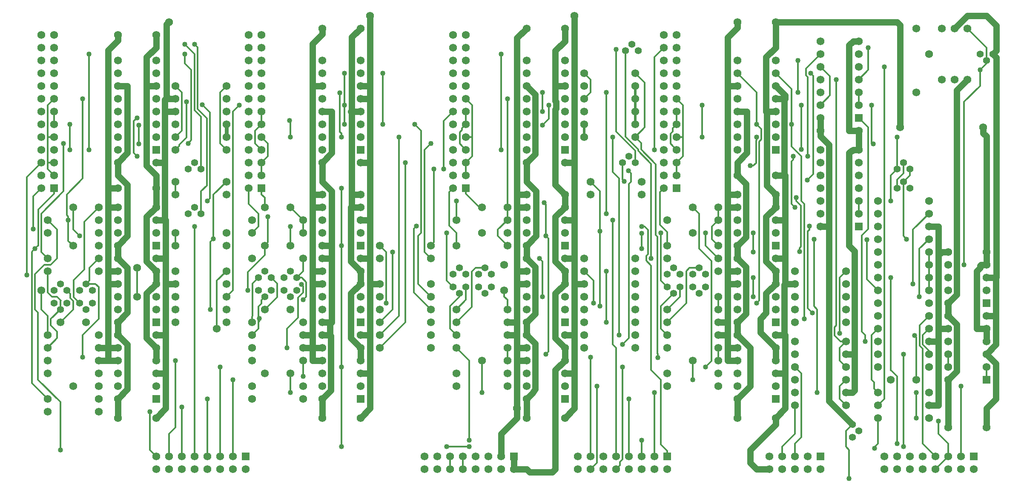
<source format=gtl>
G04 #@! TF.GenerationSoftware,KiCad,Pcbnew,(5.0.1)-3*
G04 #@! TF.CreationDate,2018-12-06T20:45:55-08:00*
G04 #@! TF.ProjectId,500-1070,3530302D313037302E6B696361645F70,rev?*
G04 #@! TF.SameCoordinates,Original*
G04 #@! TF.FileFunction,Copper,L1,Top,Signal*
G04 #@! TF.FilePolarity,Positive*
%FSLAX46Y46*%
G04 Gerber Fmt 4.6, Leading zero omitted, Abs format (unit mm)*
G04 Created by KiCad (PCBNEW (5.0.1)-3) date 12/6/2018 8:45:55 PM*
%MOMM*%
%LPD*%
G01*
G04 APERTURE LIST*
G04 #@! TA.AperFunction,ComponentPad*
%ADD10C,1.574800*%
G04 #@! TD*
G04 #@! TA.AperFunction,ComponentPad*
%ADD11R,1.574800X1.574800*%
G04 #@! TD*
G04 #@! TA.AperFunction,ComponentPad*
%ADD12C,1.397000*%
G04 #@! TD*
G04 #@! TA.AperFunction,ViaPad*
%ADD13C,1.016000*%
G04 #@! TD*
G04 #@! TA.AperFunction,ViaPad*
%ADD14C,1.574800*%
G04 #@! TD*
G04 #@! TA.AperFunction,Conductor*
%ADD15C,1.270000*%
G04 #@! TD*
G04 #@! TA.AperFunction,Conductor*
%ADD16C,0.304800*%
G04 #@! TD*
G04 #@! TA.AperFunction,Conductor*
%ADD17C,0.762000*%
G04 #@! TD*
G04 #@! TA.AperFunction,Conductor*
%ADD18C,0.508000*%
G04 #@! TD*
G04 APERTURE END LIST*
D10*
G04 #@! TO.P,P3,26*
G04 #@! TO.N,N/C*
X41910000Y-24130000D03*
G04 #@! TO.P,P3,25*
X44450000Y-24130000D03*
G04 #@! TO.P,P3,24*
G04 #@! TO.N,/Resonator_1/LEDaK*
X41910000Y-26670000D03*
G04 #@! TO.P,P3,23*
G04 #@! TO.N,/Resonator_1/LEDa*
X44450000Y-26670000D03*
G04 #@! TO.P,P3,22*
G04 #@! TO.N,N/C*
X41910000Y-29210000D03*
G04 #@! TO.P,P3,21*
X44450000Y-29210000D03*
G04 #@! TO.P,P3,20*
X41910000Y-31750000D03*
G04 #@! TO.P,P3,19*
X44450000Y-31750000D03*
G04 #@! TO.P,P3,18*
X41910000Y-34290000D03*
G04 #@! TO.P,P3,17*
X44450000Y-34290000D03*
G04 #@! TO.P,P3,16*
X41910000Y-36830000D03*
G04 #@! TO.P,P3,15*
G04 #@! TO.N,GND*
X44450000Y-36830000D03*
G04 #@! TO.P,P3,14*
G04 #@! TO.N,/Resonator_1/SUSa*
X41910000Y-39370000D03*
G04 #@! TO.P,P3,13*
G04 #@! TO.N,+10*
X44450000Y-39370000D03*
G04 #@! TO.P,P3,12*
G04 #@! TO.N,N/C*
X41910000Y-41910000D03*
G04 #@! TO.P,P3,11*
G04 #@! TO.N,+10*
X44450000Y-41910000D03*
G04 #@! TO.P,P3,10*
G04 #@! TO.N,/Resonator_1/RELEASEa*
X41910000Y-44450000D03*
G04 #@! TO.P,P3,9*
G04 #@! TO.N,GND*
X44450000Y-44450000D03*
G04 #@! TO.P,P3,8*
G04 #@! TO.N,N/C*
X41910000Y-46990000D03*
G04 #@! TO.P,P3,7*
G04 #@! TO.N,+10*
X44450000Y-46990000D03*
G04 #@! TO.P,P3,6*
G04 #@! TO.N,/Resonator_1/ATTACKa*
X41910000Y-49530000D03*
G04 #@! TO.P,P3,5*
G04 #@! TO.N,GND*
X44450000Y-49530000D03*
G04 #@! TO.P,P3,4*
G04 #@! TO.N,N/C*
X41910000Y-52070000D03*
G04 #@! TO.P,P3,3*
G04 #@! TO.N,GND*
X44450000Y-52070000D03*
G04 #@! TO.P,P3,2*
G04 #@! TO.N,/Resonator_1/RWa*
X41910000Y-54610000D03*
D11*
G04 #@! TO.P,P3,1*
G04 #@! TO.N,/Resonator_1/OUTa*
X44450000Y-54610000D03*
G04 #@! TD*
D10*
G04 #@! TO.P,P7,26*
G04 #@! TO.N,N/C*
X123825000Y-24130000D03*
G04 #@! TO.P,P7,25*
X126365000Y-24130000D03*
G04 #@! TO.P,P7,24*
G04 #@! TO.N,/Resonator_2/LEDaK*
X123825000Y-26670000D03*
G04 #@! TO.P,P7,23*
G04 #@! TO.N,/Resonator_2/LEDa*
X126365000Y-26670000D03*
G04 #@! TO.P,P7,22*
G04 #@! TO.N,N/C*
X123825000Y-29210000D03*
G04 #@! TO.P,P7,21*
X126365000Y-29210000D03*
G04 #@! TO.P,P7,20*
X123825000Y-31750000D03*
G04 #@! TO.P,P7,19*
X126365000Y-31750000D03*
G04 #@! TO.P,P7,18*
X123825000Y-34290000D03*
G04 #@! TO.P,P7,17*
X126365000Y-34290000D03*
G04 #@! TO.P,P7,16*
X123825000Y-36830000D03*
G04 #@! TO.P,P7,15*
G04 #@! TO.N,GND*
X126365000Y-36830000D03*
G04 #@! TO.P,P7,14*
G04 #@! TO.N,/Resonator_2/SUSa*
X123825000Y-39370000D03*
G04 #@! TO.P,P7,13*
G04 #@! TO.N,+10*
X126365000Y-39370000D03*
G04 #@! TO.P,P7,12*
G04 #@! TO.N,N/C*
X123825000Y-41910000D03*
G04 #@! TO.P,P7,11*
G04 #@! TO.N,+10*
X126365000Y-41910000D03*
G04 #@! TO.P,P7,10*
G04 #@! TO.N,/Resonator_2/RELEASEa*
X123825000Y-44450000D03*
G04 #@! TO.P,P7,9*
G04 #@! TO.N,GND*
X126365000Y-44450000D03*
G04 #@! TO.P,P7,8*
G04 #@! TO.N,N/C*
X123825000Y-46990000D03*
G04 #@! TO.P,P7,7*
G04 #@! TO.N,+10*
X126365000Y-46990000D03*
G04 #@! TO.P,P7,6*
G04 #@! TO.N,/Resonator_2/ATTACKa*
X123825000Y-49530000D03*
G04 #@! TO.P,P7,5*
G04 #@! TO.N,GND*
X126365000Y-49530000D03*
G04 #@! TO.P,P7,4*
G04 #@! TO.N,N/C*
X123825000Y-52070000D03*
G04 #@! TO.P,P7,3*
G04 #@! TO.N,GND*
X126365000Y-52070000D03*
G04 #@! TO.P,P7,2*
G04 #@! TO.N,/Resonator_2/RWa*
X123825000Y-54610000D03*
D11*
G04 #@! TO.P,P7,1*
G04 #@! TO.N,/Resonator_2/OUTa*
X126365000Y-54610000D03*
G04 #@! TD*
D10*
G04 #@! TO.P,P8,26*
G04 #@! TO.N,N/C*
X165735000Y-24130000D03*
G04 #@! TO.P,P8,25*
X168275000Y-24130000D03*
G04 #@! TO.P,P8,24*
G04 #@! TO.N,/Resonator_2/LEDbK*
X165735000Y-26670000D03*
G04 #@! TO.P,P8,23*
G04 #@! TO.N,/Resonator_2/LEDb*
X168275000Y-26670000D03*
G04 #@! TO.P,P8,22*
G04 #@! TO.N,N/C*
X165735000Y-29210000D03*
G04 #@! TO.P,P8,21*
X168275000Y-29210000D03*
G04 #@! TO.P,P8,20*
X165735000Y-31750000D03*
G04 #@! TO.P,P8,19*
X168275000Y-31750000D03*
G04 #@! TO.P,P8,18*
X165735000Y-34290000D03*
G04 #@! TO.P,P8,17*
X168275000Y-34290000D03*
G04 #@! TO.P,P8,16*
X165735000Y-36830000D03*
G04 #@! TO.P,P8,15*
G04 #@! TO.N,GND*
X168275000Y-36830000D03*
G04 #@! TO.P,P8,14*
G04 #@! TO.N,/Resonator_2/SUSb*
X165735000Y-39370000D03*
G04 #@! TO.P,P8,13*
G04 #@! TO.N,+10*
X168275000Y-39370000D03*
G04 #@! TO.P,P8,12*
G04 #@! TO.N,N/C*
X165735000Y-41910000D03*
G04 #@! TO.P,P8,11*
G04 #@! TO.N,+10*
X168275000Y-41910000D03*
G04 #@! TO.P,P8,10*
G04 #@! TO.N,/Resonator_2/RELEASEb*
X165735000Y-44450000D03*
G04 #@! TO.P,P8,9*
G04 #@! TO.N,GND*
X168275000Y-44450000D03*
G04 #@! TO.P,P8,8*
G04 #@! TO.N,N/C*
X165735000Y-46990000D03*
G04 #@! TO.P,P8,7*
G04 #@! TO.N,+10*
X168275000Y-46990000D03*
G04 #@! TO.P,P8,6*
G04 #@! TO.N,/Resonator_2/ATTACKb*
X165735000Y-49530000D03*
G04 #@! TO.P,P8,5*
G04 #@! TO.N,GND*
X168275000Y-49530000D03*
G04 #@! TO.P,P8,4*
G04 #@! TO.N,N/C*
X165735000Y-52070000D03*
G04 #@! TO.P,P8,3*
G04 #@! TO.N,GND*
X168275000Y-52070000D03*
G04 #@! TO.P,P8,2*
G04 #@! TO.N,/Resonator_2/RWb*
X165735000Y-54610000D03*
D11*
G04 #@! TO.P,P8,1*
G04 #@! TO.N,/Resonator_2/OUTb*
X168275000Y-54610000D03*
G04 #@! TD*
D10*
G04 #@! TO.P,C2,1*
G04 #@! TO.N,+15V0*
X222250000Y-80010000D03*
G04 #@! TO.P,C2,2*
G04 #@! TO.N,GND*
X229870000Y-80010000D03*
G04 #@! TD*
G04 #@! TO.P,C3,2*
G04 #@! TO.N,GND*
X222250000Y-67310000D03*
G04 #@! TO.P,C3,1*
G04 #@! TO.N,-15V0*
X229870000Y-67310000D03*
G04 #@! TD*
G04 #@! TO.P,C4,1*
G04 #@! TO.N,+15V0*
X222250000Y-102235000D03*
G04 #@! TO.P,C4,2*
G04 #@! TO.N,GND*
X229870000Y-102235000D03*
G04 #@! TD*
G04 #@! TO.P,C5,2*
G04 #@! TO.N,GND*
X222250000Y-82550000D03*
G04 #@! TO.P,C5,1*
G04 #@! TO.N,-15V0*
X229870000Y-82550000D03*
G04 #@! TD*
G04 #@! TO.P,C6,2*
G04 #@! TO.N,/Resonator_1/OUTa*
X53340000Y-66040000D03*
G04 #@! TO.P,C6,1*
G04 #@! TO.N,Net-(C6-Pad1)*
X48260000Y-66040000D03*
G04 #@! TD*
G04 #@! TO.P,C7,1*
G04 #@! TO.N,Net-(C7-Pad1)*
X91440000Y-58420000D03*
G04 #@! TO.P,C7,2*
G04 #@! TO.N,/Resonator_1/OUTb*
X86360000Y-58420000D03*
G04 #@! TD*
G04 #@! TO.P,C8,2*
G04 #@! TO.N,Net-(C8-Pad2)*
X50800000Y-81280000D03*
G04 #@! TO.P,C8,1*
G04 #@! TO.N,Net-(C8-Pad1)*
X45720000Y-81280000D03*
G04 #@! TD*
G04 #@! TO.P,C9,1*
G04 #@! TO.N,Net-(C9-Pad1)*
X86360000Y-78740000D03*
G04 #@! TO.P,C9,2*
G04 #@! TO.N,Net-(C9-Pad2)*
X91440000Y-78740000D03*
G04 #@! TD*
G04 #@! TO.P,C10,2*
G04 #@! TO.N,Net-(C10-Pad2)*
X48260000Y-58420000D03*
G04 #@! TO.P,C10,1*
G04 #@! TO.N,Net-(C10-Pad1)*
X53340000Y-58420000D03*
G04 #@! TD*
G04 #@! TO.P,C11,2*
G04 #@! TO.N,Net-(C11-Pad2)*
X91440000Y-66040000D03*
G04 #@! TO.P,C11,1*
G04 #@! TO.N,Net-(C11-Pad1)*
X86360000Y-66040000D03*
G04 #@! TD*
G04 #@! TO.P,C12,1*
G04 #@! TO.N,Net-(C12-Pad1)*
X48260000Y-93980000D03*
G04 #@! TO.P,C12,2*
G04 #@! TO.N,/Resonator_1/FW1a*
X53340000Y-93980000D03*
G04 #@! TD*
G04 #@! TO.P,C13,2*
G04 #@! TO.N,/Resonator_1/FW1b*
X91440000Y-91440000D03*
G04 #@! TO.P,C13,1*
G04 #@! TO.N,Net-(C13-Pad1)*
X86360000Y-91440000D03*
G04 #@! TD*
G04 #@! TO.P,C14,1*
G04 #@! TO.N,+15V0*
X57150000Y-83820000D03*
G04 #@! TO.P,C14,2*
G04 #@! TO.N,GND*
X64770000Y-83820000D03*
G04 #@! TD*
G04 #@! TO.P,C15,2*
G04 #@! TO.N,GND*
X105410000Y-68580000D03*
G04 #@! TO.P,C15,1*
G04 #@! TO.N,+15V0*
X97790000Y-68580000D03*
G04 #@! TD*
G04 #@! TO.P,C16,1*
G04 #@! TO.N,+15V0*
X57150000Y-68580000D03*
G04 #@! TO.P,C16,2*
G04 #@! TO.N,GND*
X64770000Y-68580000D03*
G04 #@! TD*
G04 #@! TO.P,C17,1*
G04 #@! TO.N,+15V0*
X57150000Y-49530000D03*
G04 #@! TO.P,C17,2*
G04 #@! TO.N,GND*
X64770000Y-49530000D03*
G04 #@! TD*
G04 #@! TO.P,C18,2*
G04 #@! TO.N,GND*
X105410000Y-49530000D03*
G04 #@! TO.P,C18,1*
G04 #@! TO.N,+15V0*
X97790000Y-49530000D03*
G04 #@! TD*
G04 #@! TO.P,C19,1*
G04 #@! TO.N,-15V0*
X64770000Y-71120000D03*
G04 #@! TO.P,C19,2*
G04 #@! TO.N,GND*
X57150000Y-71120000D03*
G04 #@! TD*
G04 #@! TO.P,C20,2*
G04 #@! TO.N,GND*
X97790000Y-55880000D03*
G04 #@! TO.P,C20,1*
G04 #@! TO.N,-15V0*
X105410000Y-55880000D03*
G04 #@! TD*
G04 #@! TO.P,C21,1*
G04 #@! TO.N,-15V0*
X64770000Y-54610000D03*
G04 #@! TO.P,C21,2*
G04 #@! TO.N,GND*
X57150000Y-54610000D03*
G04 #@! TD*
G04 #@! TO.P,C22,1*
G04 #@! TO.N,-15V0*
X105410000Y-22860000D03*
G04 #@! TO.P,C22,2*
G04 #@! TO.N,GND*
X97790000Y-22860000D03*
G04 #@! TD*
G04 #@! TO.P,C23,1*
G04 #@! TO.N,+15V0*
X97790000Y-83820000D03*
G04 #@! TO.P,C23,2*
G04 #@! TO.N,GND*
X105410000Y-83820000D03*
G04 #@! TD*
G04 #@! TO.P,C24,2*
G04 #@! TO.N,GND*
X57150000Y-24130000D03*
G04 #@! TO.P,C24,1*
G04 #@! TO.N,-15V0*
X64770000Y-24130000D03*
G04 #@! TD*
G04 #@! TO.P,C25,2*
G04 #@! TO.N,GND*
X64770000Y-100330000D03*
G04 #@! TO.P,C25,1*
G04 #@! TO.N,+15V0*
X57150000Y-100330000D03*
G04 #@! TD*
G04 #@! TO.P,C26,1*
G04 #@! TO.N,+15V0*
X97790000Y-100330000D03*
G04 #@! TO.P,C26,2*
G04 #@! TO.N,GND*
X105410000Y-100330000D03*
G04 #@! TD*
G04 #@! TO.P,C27,2*
G04 #@! TO.N,GND*
X97790000Y-71120000D03*
G04 #@! TO.P,C27,1*
G04 #@! TO.N,-15V0*
X105410000Y-71120000D03*
G04 #@! TD*
G04 #@! TO.P,C28,1*
G04 #@! TO.N,-15V0*
X64770000Y-86360000D03*
G04 #@! TO.P,C28,2*
G04 #@! TO.N,GND*
X57150000Y-86360000D03*
G04 #@! TD*
G04 #@! TO.P,C29,2*
G04 #@! TO.N,GND*
X97790000Y-86360000D03*
G04 #@! TO.P,C29,1*
G04 #@! TO.N,-15V0*
X105410000Y-86360000D03*
G04 #@! TD*
G04 #@! TO.P,C30,1*
G04 #@! TO.N,Net-(C30-Pad1)*
X134620000Y-58420000D03*
G04 #@! TO.P,C30,2*
G04 #@! TO.N,/Resonator_2/OUTa*
X129540000Y-58420000D03*
G04 #@! TD*
G04 #@! TO.P,C31,2*
G04 #@! TO.N,/Resonator_2/OUTb*
X171450000Y-58420000D03*
G04 #@! TO.P,C31,1*
G04 #@! TO.N,Net-(C31-Pad1)*
X176530000Y-58420000D03*
G04 #@! TD*
G04 #@! TO.P,C32,1*
G04 #@! TO.N,Net-(C32-Pad1)*
X133985000Y-69850000D03*
G04 #@! TO.P,C32,2*
G04 #@! TO.N,Net-(C32-Pad2)*
X133985000Y-74930000D03*
G04 #@! TD*
G04 #@! TO.P,C33,1*
G04 #@! TO.N,Net-(C33-Pad1)*
X176530000Y-71120000D03*
G04 #@! TO.P,C33,2*
G04 #@! TO.N,Net-(C33-Pad2)*
X176530000Y-76200000D03*
G04 #@! TD*
G04 #@! TO.P,C34,1*
G04 #@! TO.N,Net-(C34-Pad1)*
X129540000Y-63500000D03*
G04 #@! TO.P,C34,2*
G04 #@! TO.N,Net-(C34-Pad2)*
X134620000Y-63500000D03*
G04 #@! TD*
G04 #@! TO.P,C35,1*
G04 #@! TO.N,Net-(C35-Pad1)*
X171450000Y-63500000D03*
G04 #@! TO.P,C35,2*
G04 #@! TO.N,Net-(C35-Pad2)*
X176530000Y-63500000D03*
G04 #@! TD*
G04 #@! TO.P,C36,1*
G04 #@! TO.N,Net-(C36-Pad1)*
X134620000Y-88900000D03*
G04 #@! TO.P,C36,2*
G04 #@! TO.N,/Resonator_2/FW1a*
X129540000Y-88900000D03*
G04 #@! TD*
G04 #@! TO.P,C37,1*
G04 #@! TO.N,Net-(C37-Pad1)*
X176530000Y-88900000D03*
G04 #@! TO.P,C37,2*
G04 #@! TO.N,/Resonator_2/FW1b*
X171450000Y-88900000D03*
G04 #@! TD*
G04 #@! TO.P,C38,1*
G04 #@! TO.N,+15V0*
X138430000Y-100330000D03*
G04 #@! TO.P,C38,2*
G04 #@! TO.N,GND*
X146050000Y-100330000D03*
G04 #@! TD*
G04 #@! TO.P,C39,1*
G04 #@! TO.N,+15V0*
X180340000Y-100330000D03*
G04 #@! TO.P,C39,2*
G04 #@! TO.N,GND*
X187960000Y-100330000D03*
G04 #@! TD*
G04 #@! TO.P,C40,2*
G04 #@! TO.N,GND*
X146050000Y-68580000D03*
G04 #@! TO.P,C40,1*
G04 #@! TO.N,+15V0*
X138430000Y-68580000D03*
G04 #@! TD*
G04 #@! TO.P,C41,2*
G04 #@! TO.N,GND*
X146050000Y-49530000D03*
G04 #@! TO.P,C41,1*
G04 #@! TO.N,+15V0*
X138430000Y-49530000D03*
G04 #@! TD*
G04 #@! TO.P,C42,1*
G04 #@! TO.N,-15V0*
X146050000Y-86360000D03*
G04 #@! TO.P,C42,2*
G04 #@! TO.N,GND*
X138430000Y-86360000D03*
G04 #@! TD*
G04 #@! TO.P,C43,1*
G04 #@! TO.N,+15V0*
X180340000Y-52070000D03*
G04 #@! TO.P,C43,2*
G04 #@! TO.N,GND*
X187960000Y-52070000D03*
G04 #@! TD*
G04 #@! TO.P,C44,2*
G04 #@! TO.N,GND*
X180340000Y-86360000D03*
G04 #@! TO.P,C44,1*
G04 #@! TO.N,-15V0*
X187960000Y-86360000D03*
G04 #@! TD*
G04 #@! TO.P,C45,2*
G04 #@! TO.N,GND*
X138430000Y-55880000D03*
G04 #@! TO.P,C45,1*
G04 #@! TO.N,-15V0*
X146050000Y-55880000D03*
G04 #@! TD*
G04 #@! TO.P,C46,2*
G04 #@! TO.N,GND*
X146050000Y-83820000D03*
G04 #@! TO.P,C46,1*
G04 #@! TO.N,+15V0*
X138430000Y-83820000D03*
G04 #@! TD*
G04 #@! TO.P,C47,2*
G04 #@! TO.N,GND*
X180340000Y-21590000D03*
G04 #@! TO.P,C47,1*
G04 #@! TO.N,-15V0*
X187960000Y-21590000D03*
G04 #@! TD*
G04 #@! TO.P,C48,1*
G04 #@! TO.N,-15V0*
X146050000Y-22860000D03*
G04 #@! TO.P,C48,2*
G04 #@! TO.N,GND*
X138430000Y-22860000D03*
G04 #@! TD*
G04 #@! TO.P,C49,2*
G04 #@! TO.N,GND*
X187960000Y-68580000D03*
G04 #@! TO.P,C49,1*
G04 #@! TO.N,+15V0*
X180340000Y-68580000D03*
G04 #@! TD*
G04 #@! TO.P,C50,1*
G04 #@! TO.N,+15V0*
X180340000Y-83820000D03*
G04 #@! TO.P,C50,2*
G04 #@! TO.N,GND*
X187960000Y-83820000D03*
G04 #@! TD*
G04 #@! TO.P,C51,1*
G04 #@! TO.N,-15V0*
X146050000Y-71120000D03*
G04 #@! TO.P,C51,2*
G04 #@! TO.N,GND*
X138430000Y-71120000D03*
G04 #@! TD*
G04 #@! TO.P,C52,1*
G04 #@! TO.N,-15V0*
X187960000Y-55880000D03*
G04 #@! TO.P,C52,2*
G04 #@! TO.N,GND*
X180340000Y-55880000D03*
G04 #@! TD*
G04 #@! TO.P,C53,2*
G04 #@! TO.N,GND*
X180340000Y-71120000D03*
G04 #@! TO.P,C53,1*
G04 #@! TO.N,-15V0*
X187960000Y-71120000D03*
G04 #@! TD*
G04 #@! TO.P,D1,2*
G04 #@! TO.N,GND*
X78740000Y-66040000D03*
G04 #@! TO.P,D1,1*
G04 #@! TO.N,Net-(D1-Pad1)*
X68580000Y-66040000D03*
G04 #@! TD*
G04 #@! TO.P,D2,1*
G04 #@! TO.N,Net-(D2-Pad1)*
X68580000Y-55880000D03*
G04 #@! TO.P,D2,2*
G04 #@! TO.N,GND*
X78740000Y-55880000D03*
G04 #@! TD*
G04 #@! TO.P,D3,2*
G04 #@! TO.N,Net-(D3-Pad2)*
X218440000Y-95250000D03*
G04 #@! TO.P,D3,1*
G04 #@! TO.N,+5V0*
X208280000Y-95250000D03*
G04 #@! TD*
G04 #@! TO.P,D4,1*
G04 #@! TO.N,+5V0*
X208280000Y-82550000D03*
G04 #@! TO.P,D4,2*
G04 #@! TO.N,Net-(D4-Pad2)*
X218440000Y-82550000D03*
G04 #@! TD*
G04 #@! TO.P,D5,2*
G04 #@! TO.N,GND*
X218440000Y-97790000D03*
G04 #@! TO.P,D5,1*
G04 #@! TO.N,Net-(D3-Pad2)*
X208280000Y-97790000D03*
G04 #@! TD*
G04 #@! TO.P,D6,1*
G04 #@! TO.N,Net-(D4-Pad2)*
X208280000Y-85090000D03*
G04 #@! TO.P,D6,2*
G04 #@! TO.N,GND*
X218440000Y-85090000D03*
G04 #@! TD*
G04 #@! TO.P,D7,1*
G04 #@! TO.N,Net-(D7-Pad1)*
X160020000Y-68580000D03*
G04 #@! TO.P,D7,2*
G04 #@! TO.N,GND*
X149860000Y-68580000D03*
G04 #@! TD*
G04 #@! TO.P,D8,1*
G04 #@! TO.N,Net-(D8-Pad1)*
X151130000Y-55880000D03*
G04 #@! TO.P,D8,2*
G04 #@! TO.N,GND*
X161290000Y-55880000D03*
G04 #@! TD*
G04 #@! TO.P,D9,1*
G04 #@! TO.N,+5V0*
X191770000Y-92710000D03*
G04 #@! TO.P,D9,2*
G04 #@! TO.N,Net-(D11-Pad1)*
X201930000Y-92710000D03*
G04 #@! TD*
G04 #@! TO.P,D10,1*
G04 #@! TO.N,+5V0*
X191770000Y-85090000D03*
G04 #@! TO.P,D10,2*
G04 #@! TO.N,Net-(D10-Pad2)*
X201930000Y-85090000D03*
G04 #@! TD*
G04 #@! TO.P,D11,2*
G04 #@! TO.N,GND*
X201930000Y-95250000D03*
G04 #@! TO.P,D11,1*
G04 #@! TO.N,Net-(D11-Pad1)*
X191770000Y-95250000D03*
G04 #@! TD*
G04 #@! TO.P,D12,2*
G04 #@! TO.N,GND*
X201930000Y-87630000D03*
G04 #@! TO.P,D12,1*
G04 #@! TO.N,Net-(D10-Pad2)*
X191770000Y-87630000D03*
G04 #@! TD*
D11*
G04 #@! TO.P,P1,1*
G04 #@! TO.N,/Resonator_1/FH1a*
X82550000Y-107950000D03*
D10*
G04 #@! TO.P,P1,2*
G04 #@! TO.N,/Resonator_1/FW1a*
X82550000Y-110490000D03*
G04 #@! TO.P,P1,3*
X80010000Y-107950000D03*
G04 #@! TO.P,P1,4*
G04 #@! TO.N,N/C*
X80010000Y-110490000D03*
G04 #@! TO.P,P1,5*
G04 #@! TO.N,/Resonator_1/FH2a*
X77470000Y-107950000D03*
G04 #@! TO.P,P1,6*
G04 #@! TO.N,/Resonator_1/FW2a*
X77470000Y-110490000D03*
G04 #@! TO.P,P1,7*
X74930000Y-107950000D03*
G04 #@! TO.P,P1,8*
G04 #@! TO.N,N/C*
X74930000Y-110490000D03*
G04 #@! TO.P,P1,9*
G04 #@! TO.N,/Resonator_1/FH1b*
X72390000Y-107950000D03*
G04 #@! TO.P,P1,10*
G04 #@! TO.N,/Resonator_1/FW1b*
X72390000Y-110490000D03*
G04 #@! TO.P,P1,11*
X69850000Y-107950000D03*
G04 #@! TO.P,P1,12*
G04 #@! TO.N,N/C*
X69850000Y-110490000D03*
G04 #@! TO.P,P1,13*
G04 #@! TO.N,/Resonator_1/FH2b*
X67310000Y-107950000D03*
G04 #@! TO.P,P1,14*
G04 #@! TO.N,/Resonator_1/FW2b*
X67310000Y-110490000D03*
G04 #@! TO.P,P1,15*
X64770000Y-107950000D03*
G04 #@! TO.P,P1,16*
G04 #@! TO.N,N/C*
X64770000Y-110490000D03*
G04 #@! TD*
G04 #@! TO.P,P6,16*
G04 #@! TO.N,N/C*
X148590000Y-110490000D03*
G04 #@! TO.P,P6,15*
G04 #@! TO.N,/Resonator_2/FW2b*
X148590000Y-107950000D03*
G04 #@! TO.P,P6,14*
X151130000Y-110490000D03*
G04 #@! TO.P,P6,13*
G04 #@! TO.N,/Resonator_2/FH2b*
X151130000Y-107950000D03*
G04 #@! TO.P,P6,12*
G04 #@! TO.N,N/C*
X153670000Y-110490000D03*
G04 #@! TO.P,P6,11*
G04 #@! TO.N,/Resonator_2/FW1b*
X153670000Y-107950000D03*
G04 #@! TO.P,P6,10*
X156210000Y-110490000D03*
G04 #@! TO.P,P6,9*
G04 #@! TO.N,/Resonator_2/FH1b*
X156210000Y-107950000D03*
G04 #@! TO.P,P6,8*
G04 #@! TO.N,N/C*
X158750000Y-110490000D03*
G04 #@! TO.P,P6,7*
G04 #@! TO.N,/Resonator_2/FW2a*
X158750000Y-107950000D03*
G04 #@! TO.P,P6,6*
X161290000Y-110490000D03*
G04 #@! TO.P,P6,5*
G04 #@! TO.N,/Resonator_2/FH2a*
X161290000Y-107950000D03*
G04 #@! TO.P,P6,4*
G04 #@! TO.N,N/C*
X163830000Y-110490000D03*
G04 #@! TO.P,P6,3*
G04 #@! TO.N,/Resonator_2/FW1a*
X163830000Y-107950000D03*
G04 #@! TO.P,P6,2*
X166370000Y-110490000D03*
D11*
G04 #@! TO.P,P6,1*
G04 #@! TO.N,/Resonator_2/FH1a*
X166370000Y-107950000D03*
G04 #@! TD*
D12*
G04 #@! TO.P,Q1,1*
G04 #@! TO.N,+10*
X212090000Y-50800000D03*
G04 #@! TO.P,Q1,2*
G04 #@! TO.N,Net-(Q1-Pad2)*
X213360000Y-49530000D03*
G04 #@! TO.P,Q1,3*
G04 #@! TO.N,Net-(Q1-Pad3)*
X214630000Y-50800000D03*
G04 #@! TD*
G04 #@! TO.P,Q2,3*
G04 #@! TO.N,+15V0*
X214630000Y-54610000D03*
G04 #@! TO.P,Q2,2*
G04 #@! TO.N,Net-(Q1-Pad3)*
X213360000Y-53340000D03*
G04 #@! TO.P,Q2,1*
G04 #@! TO.N,Net-(Q1-Pad2)*
X212090000Y-54610000D03*
G04 #@! TD*
G04 #@! TO.P,Q3,1*
G04 #@! TO.N,Net-(D1-Pad1)*
X71120000Y-59690000D03*
G04 #@! TO.P,Q3,2*
G04 #@! TO.N,GND*
X72390000Y-58420000D03*
G04 #@! TO.P,Q3,3*
G04 #@! TO.N,/Resonator_1/LEDb*
X73660000Y-59690000D03*
G04 #@! TD*
G04 #@! TO.P,Q4,3*
G04 #@! TO.N,/Resonator_1/LEDa*
X73660000Y-50800000D03*
G04 #@! TO.P,Q4,2*
G04 #@! TO.N,GND*
X72390000Y-49530000D03*
G04 #@! TO.P,Q4,1*
G04 #@! TO.N,Net-(D2-Pad1)*
X71120000Y-50800000D03*
G04 #@! TD*
G04 #@! TO.P,Q5,5*
G04 #@! TO.N,Net-(Q5-Pad5)*
X45720000Y-78740000D03*
G04 #@! TO.P,Q5,4*
G04 #@! TO.N,Net-(Q5-Pad1)*
X46990000Y-77470000D03*
G04 #@! TO.P,Q5,6*
G04 #@! TO.N,Net-(C10-Pad1)*
X44450000Y-77470000D03*
G04 #@! TO.P,Q5,1*
G04 #@! TO.N,Net-(Q5-Pad1)*
X44450000Y-74930000D03*
G04 #@! TO.P,Q5,3*
G04 #@! TO.N,Net-(C8-Pad1)*
X46990000Y-74930000D03*
G04 #@! TO.P,Q5,2*
G04 #@! TO.N,GND*
X45720000Y-73660000D03*
G04 #@! TD*
G04 #@! TO.P,Q6,5*
G04 #@! TO.N,GND*
X50800000Y-78740000D03*
G04 #@! TO.P,Q6,4*
G04 #@! TO.N,Net-(Q5-Pad1)*
X52070000Y-77470000D03*
G04 #@! TO.P,Q6,6*
G04 #@! TO.N,Net-(C10-Pad1)*
X49530000Y-77470000D03*
G04 #@! TO.P,Q6,1*
G04 #@! TO.N,Net-(Q5-Pad1)*
X49530000Y-74930000D03*
G04 #@! TO.P,Q6,3*
G04 #@! TO.N,Net-(C8-Pad1)*
X52070000Y-74930000D03*
G04 #@! TO.P,Q6,2*
G04 #@! TO.N,Net-(Q6-Pad2)*
X50800000Y-73660000D03*
G04 #@! TD*
G04 #@! TO.P,Q7,5*
G04 #@! TO.N,Net-(Q7-Pad5)*
X86360000Y-76200000D03*
G04 #@! TO.P,Q7,4*
G04 #@! TO.N,Net-(Q7-Pad1)*
X87630000Y-74930000D03*
G04 #@! TO.P,Q7,6*
G04 #@! TO.N,Net-(C11-Pad1)*
X85090000Y-74930000D03*
G04 #@! TO.P,Q7,1*
G04 #@! TO.N,Net-(Q7-Pad1)*
X85090000Y-72390000D03*
G04 #@! TO.P,Q7,3*
G04 #@! TO.N,Net-(C9-Pad1)*
X87630000Y-72390000D03*
G04 #@! TO.P,Q7,2*
G04 #@! TO.N,GND*
X86360000Y-71120000D03*
G04 #@! TD*
G04 #@! TO.P,Q8,2*
G04 #@! TO.N,Net-(Q8-Pad2)*
X91440000Y-71120000D03*
G04 #@! TO.P,Q8,3*
G04 #@! TO.N,Net-(C9-Pad1)*
X92710000Y-72390000D03*
G04 #@! TO.P,Q8,1*
G04 #@! TO.N,Net-(Q7-Pad1)*
X90170000Y-72390000D03*
G04 #@! TO.P,Q8,6*
G04 #@! TO.N,Net-(C11-Pad1)*
X90170000Y-74930000D03*
G04 #@! TO.P,Q8,4*
G04 #@! TO.N,Net-(Q7-Pad1)*
X92710000Y-74930000D03*
G04 #@! TO.P,Q8,5*
G04 #@! TO.N,GND*
X91440000Y-76200000D03*
G04 #@! TD*
G04 #@! TO.P,Q9,3*
G04 #@! TO.N,/Resonator_2/LEDb*
X160655000Y-27305000D03*
G04 #@! TO.P,Q9,2*
G04 #@! TO.N,GND*
X159385000Y-26035000D03*
G04 #@! TO.P,Q9,1*
G04 #@! TO.N,Net-(D7-Pad1)*
X158115000Y-27305000D03*
G04 #@! TD*
G04 #@! TO.P,Q10,1*
G04 #@! TO.N,Net-(D8-Pad1)*
X157480000Y-49530000D03*
G04 #@! TO.P,Q10,2*
G04 #@! TO.N,GND*
X158750000Y-48260000D03*
G04 #@! TO.P,Q10,3*
G04 #@! TO.N,/Resonator_2/LEDa*
X160020000Y-49530000D03*
G04 #@! TD*
G04 #@! TO.P,Q11,5*
G04 #@! TO.N,Net-(Q11-Pad5)*
X125095000Y-75565000D03*
G04 #@! TO.P,Q11,4*
G04 #@! TO.N,Net-(Q11-Pad1)*
X126365000Y-74295000D03*
G04 #@! TO.P,Q11,6*
G04 #@! TO.N,Net-(C34-Pad1)*
X123825000Y-74295000D03*
G04 #@! TO.P,Q11,1*
G04 #@! TO.N,Net-(Q11-Pad1)*
X123825000Y-71755000D03*
G04 #@! TO.P,Q11,3*
G04 #@! TO.N,Net-(C32-Pad1)*
X126365000Y-71755000D03*
G04 #@! TO.P,Q11,2*
G04 #@! TO.N,GND*
X125095000Y-70485000D03*
G04 #@! TD*
G04 #@! TO.P,Q12,2*
G04 #@! TO.N,Net-(Q12-Pad2)*
X130175000Y-70485000D03*
G04 #@! TO.P,Q12,3*
G04 #@! TO.N,Net-(C32-Pad1)*
X131445000Y-71755000D03*
G04 #@! TO.P,Q12,1*
G04 #@! TO.N,Net-(Q11-Pad1)*
X128905000Y-71755000D03*
G04 #@! TO.P,Q12,6*
G04 #@! TO.N,Net-(C34-Pad1)*
X128905000Y-74295000D03*
G04 #@! TO.P,Q12,4*
G04 #@! TO.N,Net-(Q11-Pad1)*
X131445000Y-74295000D03*
G04 #@! TO.P,Q12,5*
G04 #@! TO.N,GND*
X130175000Y-75565000D03*
G04 #@! TD*
G04 #@! TO.P,Q13,2*
G04 #@! TO.N,GND*
X167640000Y-70485000D03*
G04 #@! TO.P,Q13,3*
G04 #@! TO.N,Net-(C33-Pad1)*
X168910000Y-71755000D03*
G04 #@! TO.P,Q13,1*
G04 #@! TO.N,Net-(Q13-Pad1)*
X166370000Y-71755000D03*
G04 #@! TO.P,Q13,6*
G04 #@! TO.N,Net-(C35-Pad1)*
X166370000Y-74295000D03*
G04 #@! TO.P,Q13,4*
G04 #@! TO.N,Net-(Q13-Pad1)*
X168910000Y-74295000D03*
G04 #@! TO.P,Q13,5*
G04 #@! TO.N,Net-(Q13-Pad5)*
X167640000Y-75565000D03*
G04 #@! TD*
G04 #@! TO.P,Q14,5*
G04 #@! TO.N,GND*
X172720000Y-75565000D03*
G04 #@! TO.P,Q14,4*
G04 #@! TO.N,Net-(Q13-Pad1)*
X173990000Y-74295000D03*
G04 #@! TO.P,Q14,6*
G04 #@! TO.N,Net-(C35-Pad1)*
X171450000Y-74295000D03*
G04 #@! TO.P,Q14,1*
G04 #@! TO.N,Net-(Q13-Pad1)*
X171450000Y-71755000D03*
G04 #@! TO.P,Q14,3*
G04 #@! TO.N,Net-(C33-Pad1)*
X173990000Y-71755000D03*
G04 #@! TO.P,Q14,2*
G04 #@! TO.N,Net-(Q14-Pad2)*
X172720000Y-70485000D03*
G04 #@! TD*
D10*
G04 #@! TO.P,R1,1*
G04 #@! TO.N,Net-(C1-Pad2)*
X218440000Y-90170000D03*
G04 #@! TO.P,R1,2*
G04 #@! TO.N,GND*
X208280000Y-90170000D03*
G04 #@! TD*
G04 #@! TO.P,R2,2*
G04 #@! TO.N,Net-(R2-Pad2)*
X220980000Y-22860000D03*
G04 #@! TO.P,R2,1*
G04 #@! TO.N,Net-(R2-Pad1)*
X220980000Y-33020000D03*
G04 #@! TD*
G04 #@! TO.P,R3,1*
G04 #@! TO.N,Net-(R2-Pad2)*
X215900000Y-22860000D03*
G04 #@! TO.P,R3,2*
G04 #@! TO.N,Net-(R3-Pad2)*
X218440000Y-27940000D03*
G04 #@! TO.P,R3,3*
G04 #@! TO.N,Net-(R3-Pad3)*
X215900000Y-35560000D03*
G04 #@! TD*
G04 #@! TO.P,R4,1*
G04 #@! TO.N,Net-(R3-Pad3)*
X223520000Y-33020000D03*
G04 #@! TO.P,R4,2*
G04 #@! TO.N,GND*
X223520000Y-22860000D03*
G04 #@! TD*
G04 #@! TO.P,R5,1*
G04 #@! TO.N,+15V0*
X226060000Y-33020000D03*
G04 #@! TO.P,R5,2*
G04 #@! TO.N,Net-(R2-Pad1)*
X226060000Y-22860000D03*
G04 #@! TD*
G04 #@! TO.P,R6,1*
G04 #@! TO.N,Net-(R6-Pad1)*
X208280000Y-62230000D03*
G04 #@! TO.P,R6,2*
G04 #@! TO.N,GND*
X218440000Y-62230000D03*
G04 #@! TD*
G04 #@! TO.P,R7,2*
G04 #@! TO.N,Net-(R6-Pad1)*
X218440000Y-59690000D03*
G04 #@! TO.P,R7,1*
G04 #@! TO.N,+10*
X208280000Y-59690000D03*
G04 #@! TD*
G04 #@! TO.P,R8,1*
G04 #@! TO.N,Net-(Q1-Pad3)*
X208280000Y-64770000D03*
G04 #@! TO.P,R8,2*
G04 #@! TO.N,Net-(R8-Pad2)*
X218440000Y-64770000D03*
G04 #@! TD*
G04 #@! TO.P,R9,2*
G04 #@! TO.N,+10*
X218440000Y-57150000D03*
G04 #@! TO.P,R9,1*
G04 #@! TO.N,Net-(Q1-Pad2)*
X208280000Y-57150000D03*
G04 #@! TD*
G04 #@! TO.P,R10,2*
G04 #@! TO.N,Net-(R10-Pad2)*
X218440000Y-74930000D03*
G04 #@! TO.P,R10,1*
G04 #@! TO.N,/Resonator_1/OUTa*
X208280000Y-74930000D03*
G04 #@! TD*
G04 #@! TO.P,R11,2*
G04 #@! TO.N,Net-(R10-Pad2)*
X218440000Y-72390000D03*
G04 #@! TO.P,R11,1*
G04 #@! TO.N,/Resonator_1/OUTb*
X208280000Y-72390000D03*
G04 #@! TD*
G04 #@! TO.P,R12,1*
G04 #@! TO.N,/Resonator_2/OUTa*
X208280000Y-69850000D03*
G04 #@! TO.P,R12,2*
G04 #@! TO.N,Net-(R10-Pad2)*
X218440000Y-69850000D03*
G04 #@! TD*
G04 #@! TO.P,R13,2*
G04 #@! TO.N,Net-(R10-Pad2)*
X218440000Y-67310000D03*
G04 #@! TO.P,R13,1*
G04 #@! TO.N,/Resonator_2/OUTb*
X208280000Y-67310000D03*
G04 #@! TD*
G04 #@! TO.P,R16,1*
G04 #@! TO.N,Net-(R10-Pad2)*
X208280000Y-77470000D03*
G04 #@! TO.P,R16,2*
G04 #@! TO.N,Net-(R16-Pad2)*
X218440000Y-77470000D03*
G04 #@! TD*
G04 #@! TO.P,R17,2*
G04 #@! TO.N,Net-(P5-Pad7)*
X218440000Y-80010000D03*
G04 #@! TO.P,R17,1*
G04 #@! TO.N,Net-(R16-Pad2)*
X208280000Y-80010000D03*
G04 #@! TD*
G04 #@! TO.P,R18,1*
G04 #@! TO.N,Net-(C11-Pad2)*
X78740000Y-63500000D03*
G04 #@! TO.P,R18,2*
G04 #@! TO.N,Net-(D1-Pad1)*
X68580000Y-63500000D03*
G04 #@! TD*
G04 #@! TO.P,R19,2*
G04 #@! TO.N,Net-(R19-Pad2)*
X68580000Y-34290000D03*
G04 #@! TO.P,R19,1*
G04 #@! TO.N,/Resonator_1/INa*
X78740000Y-34290000D03*
G04 #@! TD*
G04 #@! TO.P,R20,1*
G04 #@! TO.N,Net-(C10-Pad2)*
X78740000Y-53340000D03*
G04 #@! TO.P,R20,2*
G04 #@! TO.N,Net-(D2-Pad1)*
X68580000Y-53340000D03*
G04 #@! TD*
G04 #@! TO.P,R21,2*
G04 #@! TO.N,Net-(R21-Pad2)*
X68580000Y-46990000D03*
G04 #@! TO.P,R21,1*
G04 #@! TO.N,/Resonator_1/INa*
X78740000Y-46990000D03*
G04 #@! TD*
G04 #@! TO.P,R22,2*
G04 #@! TO.N,GND*
X68580000Y-39370000D03*
G04 #@! TO.P,R22,1*
G04 #@! TO.N,Net-(R22-Pad1)*
X78740000Y-39370000D03*
G04 #@! TD*
G04 #@! TO.P,R23,2*
G04 #@! TO.N,GND*
X78740000Y-41910000D03*
G04 #@! TO.P,R23,1*
G04 #@! TO.N,Net-(R23-Pad1)*
X68580000Y-41910000D03*
G04 #@! TD*
G04 #@! TO.P,R24,1*
G04 #@! TO.N,Net-(R21-Pad2)*
X78740000Y-36830000D03*
G04 #@! TO.P,R24,2*
G04 #@! TO.N,GND*
X68580000Y-36830000D03*
G04 #@! TD*
G04 #@! TO.P,R25,1*
G04 #@! TO.N,Net-(R19-Pad2)*
X68580000Y-44450000D03*
G04 #@! TO.P,R25,2*
G04 #@! TO.N,GND*
X78740000Y-44450000D03*
G04 #@! TD*
G04 #@! TO.P,R26,2*
G04 #@! TO.N,Net-(D3-Pad2)*
X218440000Y-100330000D03*
G04 #@! TO.P,R26,1*
G04 #@! TO.N,/Resonator_1/GATEb*
X208280000Y-100330000D03*
G04 #@! TD*
G04 #@! TO.P,R27,1*
G04 #@! TO.N,/Resonator_1/GATEa*
X208280000Y-87630000D03*
G04 #@! TO.P,R27,2*
G04 #@! TO.N,Net-(D4-Pad2)*
X218440000Y-87630000D03*
G04 #@! TD*
G04 #@! TO.P,R28,2*
G04 #@! TO.N,Net-(R28-Pad2)*
X68580000Y-78740000D03*
G04 #@! TO.P,R28,1*
G04 #@! TO.N,Net-(C10-Pad2)*
X78740000Y-78740000D03*
G04 #@! TD*
G04 #@! TO.P,R29,1*
G04 #@! TO.N,Net-(R29-Pad1)*
X78740000Y-76200000D03*
G04 #@! TO.P,R29,2*
G04 #@! TO.N,Net-(R29-Pad2)*
X68580000Y-76200000D03*
G04 #@! TD*
G04 #@! TO.P,R30,1*
G04 #@! TO.N,Net-(C11-Pad2)*
X119380000Y-78740000D03*
G04 #@! TO.P,R30,2*
G04 #@! TO.N,Net-(R30-Pad2)*
X109220000Y-78740000D03*
G04 #@! TD*
G04 #@! TO.P,R31,2*
G04 #@! TO.N,Net-(R31-Pad2)*
X109220000Y-76200000D03*
G04 #@! TO.P,R31,1*
G04 #@! TO.N,Net-(R31-Pad1)*
X119380000Y-76200000D03*
G04 #@! TD*
G04 #@! TO.P,R32,2*
G04 #@! TO.N,GND*
X68580000Y-73660000D03*
G04 #@! TO.P,R32,1*
G04 #@! TO.N,Net-(R29-Pad2)*
X78740000Y-73660000D03*
G04 #@! TD*
G04 #@! TO.P,R33,1*
G04 #@! TO.N,Net-(C6-Pad1)*
X53340000Y-60960000D03*
G04 #@! TO.P,R33,2*
G04 #@! TO.N,/Resonator_1/FH1a*
X43180000Y-60960000D03*
G04 #@! TD*
G04 #@! TO.P,R34,2*
G04 #@! TO.N,GND*
X109220000Y-73660000D03*
G04 #@! TO.P,R34,1*
G04 #@! TO.N,Net-(R31-Pad2)*
X119380000Y-73660000D03*
G04 #@! TD*
G04 #@! TO.P,R35,2*
G04 #@! TO.N,/Resonator_1/FH1b*
X83820000Y-60960000D03*
G04 #@! TO.P,R35,1*
G04 #@! TO.N,Net-(C7-Pad1)*
X93980000Y-60960000D03*
G04 #@! TD*
G04 #@! TO.P,R36,1*
G04 #@! TO.N,Net-(R28-Pad2)*
X78740000Y-81280000D03*
G04 #@! TO.P,R36,2*
G04 #@! TO.N,Net-(R36-Pad2)*
X68580000Y-81280000D03*
G04 #@! TD*
G04 #@! TO.P,R37,2*
G04 #@! TO.N,/Resonator_1/RWa*
X53340000Y-63500000D03*
G04 #@! TO.P,R37,1*
G04 #@! TO.N,Net-(C6-Pad1)*
X43180000Y-63500000D03*
G04 #@! TD*
G04 #@! TO.P,R38,2*
G04 #@! TO.N,Net-(R38-Pad2)*
X109220000Y-81280000D03*
G04 #@! TO.P,R38,1*
G04 #@! TO.N,Net-(R30-Pad2)*
X119380000Y-81280000D03*
G04 #@! TD*
G04 #@! TO.P,R39,1*
G04 #@! TO.N,Net-(C7-Pad1)*
X93980000Y-63500000D03*
G04 #@! TO.P,R39,2*
G04 #@! TO.N,/Resonator_1/RWb*
X83820000Y-63500000D03*
G04 #@! TD*
G04 #@! TO.P,R40,1*
G04 #@! TO.N,/Resonator_1/RELEASEa*
X43180000Y-68580000D03*
G04 #@! TO.P,R40,2*
G04 #@! TO.N,Net-(Q6-Pad2)*
X53340000Y-68580000D03*
G04 #@! TD*
G04 #@! TO.P,R41,2*
G04 #@! TO.N,Net-(Q5-Pad5)*
X43180000Y-71120000D03*
G04 #@! TO.P,R41,1*
G04 #@! TO.N,/Resonator_1/ATTACKa*
X53340000Y-71120000D03*
G04 #@! TD*
G04 #@! TO.P,R42,1*
G04 #@! TO.N,Net-(R36-Pad2)*
X78740000Y-71120000D03*
G04 #@! TO.P,R42,2*
G04 #@! TO.N,Net-(C8-Pad1)*
X68580000Y-71120000D03*
G04 #@! TD*
G04 #@! TO.P,R43,2*
G04 #@! TO.N,Net-(Q8-Pad2)*
X109220000Y-68580000D03*
G04 #@! TO.P,R43,1*
G04 #@! TO.N,/Resonator_1/RELEASEb*
X119380000Y-68580000D03*
G04 #@! TD*
G04 #@! TO.P,R44,1*
G04 #@! TO.N,/Resonator_1/ATTACKb*
X119380000Y-66040000D03*
G04 #@! TO.P,R44,2*
G04 #@! TO.N,Net-(Q7-Pad5)*
X109220000Y-66040000D03*
G04 #@! TD*
G04 #@! TO.P,R45,2*
G04 #@! TO.N,Net-(C9-Pad1)*
X93980000Y-68580000D03*
G04 #@! TO.P,R45,1*
G04 #@! TO.N,Net-(R38-Pad2)*
X83820000Y-68580000D03*
G04 #@! TD*
G04 #@! TO.P,R46,2*
G04 #@! TO.N,Net-(R46-Pad2)*
X53340000Y-96520000D03*
G04 #@! TO.P,R46,1*
G04 #@! TO.N,/Resonator_1/OUTa*
X43180000Y-96520000D03*
G04 #@! TD*
G04 #@! TO.P,R47,2*
G04 #@! TO.N,GND*
X53340000Y-88900000D03*
G04 #@! TO.P,R47,1*
G04 #@! TO.N,Net-(Q6-Pad2)*
X43180000Y-88900000D03*
G04 #@! TD*
G04 #@! TO.P,R48,1*
G04 #@! TO.N,/Resonator_1/OUTb*
X83820000Y-93980000D03*
G04 #@! TO.P,R48,2*
G04 #@! TO.N,Net-(R48-Pad2)*
X93980000Y-93980000D03*
G04 #@! TD*
G04 #@! TO.P,R49,1*
G04 #@! TO.N,Net-(Q8-Pad2)*
X83820000Y-86360000D03*
G04 #@! TO.P,R49,2*
G04 #@! TO.N,GND*
X93980000Y-86360000D03*
G04 #@! TD*
G04 #@! TO.P,R50,1*
G04 #@! TO.N,Net-(Q5-Pad5)*
X43180000Y-86360000D03*
G04 #@! TO.P,R50,2*
G04 #@! TO.N,GND*
X53340000Y-86360000D03*
G04 #@! TD*
G04 #@! TO.P,R51,2*
G04 #@! TO.N,GND*
X93980000Y-83820000D03*
G04 #@! TO.P,R51,1*
G04 #@! TO.N,Net-(Q7-Pad5)*
X83820000Y-83820000D03*
G04 #@! TD*
G04 #@! TO.P,R52,1*
G04 #@! TO.N,Net-(R46-Pad2)*
X43180000Y-99060000D03*
G04 #@! TO.P,R52,2*
G04 #@! TO.N,/Resonator_1/FW2a*
X53340000Y-99060000D03*
G04 #@! TD*
G04 #@! TO.P,R53,2*
G04 #@! TO.N,/Resonator_1/FW2b*
X93980000Y-96520000D03*
G04 #@! TO.P,R53,1*
G04 #@! TO.N,Net-(R48-Pad2)*
X83820000Y-96520000D03*
G04 #@! TD*
G04 #@! TO.P,R54,2*
G04 #@! TO.N,Net-(C8-Pad2)*
X53340000Y-83820000D03*
G04 #@! TO.P,R54,1*
G04 #@! TO.N,Net-(Q5-Pad1)*
X43180000Y-83820000D03*
G04 #@! TD*
G04 #@! TO.P,R55,2*
G04 #@! TO.N,Net-(C12-Pad1)*
X53340000Y-91440000D03*
G04 #@! TO.P,R55,1*
G04 #@! TO.N,/Resonator_1/FH2a*
X43180000Y-91440000D03*
G04 #@! TD*
G04 #@! TO.P,R56,1*
G04 #@! TO.N,Net-(Q7-Pad1)*
X83820000Y-81280000D03*
G04 #@! TO.P,R56,2*
G04 #@! TO.N,Net-(C9-Pad2)*
X93980000Y-81280000D03*
G04 #@! TD*
G04 #@! TO.P,R57,1*
G04 #@! TO.N,/Resonator_1/FH2b*
X83820000Y-88900000D03*
G04 #@! TO.P,R57,2*
G04 #@! TO.N,Net-(C13-Pad1)*
X93980000Y-88900000D03*
G04 #@! TD*
G04 #@! TO.P,R58,2*
G04 #@! TO.N,Net-(D7-Pad1)*
X166370000Y-68580000D03*
G04 #@! TO.P,R58,1*
G04 #@! TO.N,Net-(C35-Pad2)*
X176530000Y-68580000D03*
G04 #@! TD*
G04 #@! TO.P,R59,2*
G04 #@! TO.N,Net-(R59-Pad2)*
X149860000Y-31750000D03*
G04 #@! TO.P,R59,1*
G04 #@! TO.N,/Resonator_1/INa*
X160020000Y-31750000D03*
G04 #@! TD*
G04 #@! TO.P,R60,1*
G04 #@! TO.N,Net-(C34-Pad2)*
X151130000Y-53340000D03*
G04 #@! TO.P,R60,2*
G04 #@! TO.N,Net-(D8-Pad1)*
X161290000Y-53340000D03*
G04 #@! TD*
G04 #@! TO.P,R61,1*
G04 #@! TO.N,/Resonator_1/INa*
X160020000Y-44450000D03*
G04 #@! TO.P,R61,2*
G04 #@! TO.N,Net-(R61-Pad2)*
X149860000Y-44450000D03*
G04 #@! TD*
G04 #@! TO.P,R62,1*
G04 #@! TO.N,Net-(R62-Pad1)*
X149860000Y-39370000D03*
G04 #@! TO.P,R62,2*
G04 #@! TO.N,GND*
X160020000Y-39370000D03*
G04 #@! TD*
G04 #@! TO.P,R63,2*
G04 #@! TO.N,GND*
X160020000Y-34290000D03*
G04 #@! TO.P,R63,1*
G04 #@! TO.N,Net-(R63-Pad1)*
X149860000Y-34290000D03*
G04 #@! TD*
G04 #@! TO.P,R64,1*
G04 #@! TO.N,Net-(R61-Pad2)*
X149860000Y-41910000D03*
G04 #@! TO.P,R64,2*
G04 #@! TO.N,GND*
X160020000Y-41910000D03*
G04 #@! TD*
G04 #@! TO.P,R65,1*
G04 #@! TO.N,Net-(R59-Pad2)*
X149860000Y-36830000D03*
G04 #@! TO.P,R65,2*
G04 #@! TO.N,GND*
X160020000Y-36830000D03*
G04 #@! TD*
G04 #@! TO.P,R66,1*
G04 #@! TO.N,/Resonator_2/GATEb*
X191770000Y-97790000D03*
G04 #@! TO.P,R66,2*
G04 #@! TO.N,Net-(D11-Pad1)*
X201930000Y-97790000D03*
G04 #@! TD*
G04 #@! TO.P,R67,1*
G04 #@! TO.N,/Resonator_2/GATEa*
X191770000Y-90170000D03*
G04 #@! TO.P,R67,2*
G04 #@! TO.N,Net-(D10-Pad2)*
X201930000Y-90170000D03*
G04 #@! TD*
G04 #@! TO.P,R68,2*
G04 #@! TO.N,Net-(R68-Pad2)*
X149860000Y-78740000D03*
G04 #@! TO.P,R68,1*
G04 #@! TO.N,Net-(C34-Pad2)*
X160020000Y-78740000D03*
G04 #@! TD*
G04 #@! TO.P,R69,1*
G04 #@! TO.N,Net-(R69-Pad1)*
X160020000Y-76200000D03*
G04 #@! TO.P,R69,2*
G04 #@! TO.N,Net-(R69-Pad2)*
X149860000Y-76200000D03*
G04 #@! TD*
G04 #@! TO.P,R70,1*
G04 #@! TO.N,Net-(C35-Pad2)*
X201930000Y-78740000D03*
G04 #@! TO.P,R70,2*
G04 #@! TO.N,Net-(R70-Pad2)*
X191770000Y-78740000D03*
G04 #@! TD*
G04 #@! TO.P,R71,2*
G04 #@! TO.N,Net-(R71-Pad2)*
X191770000Y-76200000D03*
G04 #@! TO.P,R71,1*
G04 #@! TO.N,Net-(R71-Pad1)*
X201930000Y-76200000D03*
G04 #@! TD*
G04 #@! TO.P,R72,2*
G04 #@! TO.N,GND*
X149860000Y-73660000D03*
G04 #@! TO.P,R72,1*
G04 #@! TO.N,Net-(R69-Pad2)*
X160020000Y-73660000D03*
G04 #@! TD*
G04 #@! TO.P,R73,2*
G04 #@! TO.N,/Resonator_2/FH1a*
X124460000Y-60960000D03*
G04 #@! TO.P,R73,1*
G04 #@! TO.N,Net-(C30-Pad1)*
X134620000Y-60960000D03*
G04 #@! TD*
G04 #@! TO.P,R74,1*
G04 #@! TO.N,Net-(R71-Pad2)*
X201930000Y-73660000D03*
G04 #@! TO.P,R74,2*
G04 #@! TO.N,GND*
X191770000Y-73660000D03*
G04 #@! TD*
G04 #@! TO.P,R75,2*
G04 #@! TO.N,/Resonator_2/FH1b*
X166370000Y-60960000D03*
G04 #@! TO.P,R75,1*
G04 #@! TO.N,Net-(C31-Pad1)*
X176530000Y-60960000D03*
G04 #@! TD*
G04 #@! TO.P,R76,1*
G04 #@! TO.N,Net-(R68-Pad2)*
X160020000Y-81280000D03*
G04 #@! TO.P,R76,2*
G04 #@! TO.N,Net-(R76-Pad2)*
X149860000Y-81280000D03*
G04 #@! TD*
G04 #@! TO.P,R77,1*
G04 #@! TO.N,Net-(C30-Pad1)*
X134620000Y-66040000D03*
G04 #@! TO.P,R77,2*
G04 #@! TO.N,/Resonator_2/RWa*
X124460000Y-66040000D03*
G04 #@! TD*
G04 #@! TO.P,R78,2*
G04 #@! TO.N,Net-(R78-Pad2)*
X191770000Y-81280000D03*
G04 #@! TO.P,R78,1*
G04 #@! TO.N,Net-(R70-Pad2)*
X201930000Y-81280000D03*
G04 #@! TD*
G04 #@! TO.P,R79,1*
G04 #@! TO.N,Net-(C31-Pad1)*
X176530000Y-66040000D03*
G04 #@! TO.P,R79,2*
G04 #@! TO.N,/Resonator_2/RWb*
X166370000Y-66040000D03*
G04 #@! TD*
G04 #@! TO.P,R80,1*
G04 #@! TO.N,/Resonator_2/RELEASEa*
X109220000Y-83820000D03*
G04 #@! TO.P,R80,2*
G04 #@! TO.N,Net-(Q12-Pad2)*
X119380000Y-83820000D03*
G04 #@! TD*
G04 #@! TO.P,R81,2*
G04 #@! TO.N,Net-(Q11-Pad5)*
X119380000Y-86360000D03*
G04 #@! TO.P,R81,1*
G04 #@! TO.N,/Resonator_2/ATTACKa*
X109220000Y-86360000D03*
G04 #@! TD*
G04 #@! TO.P,R82,2*
G04 #@! TO.N,Net-(C32-Pad1)*
X149860000Y-71120000D03*
G04 #@! TO.P,R82,1*
G04 #@! TO.N,Net-(R76-Pad2)*
X160020000Y-71120000D03*
G04 #@! TD*
G04 #@! TO.P,R83,2*
G04 #@! TO.N,Net-(Q14-Pad2)*
X160020000Y-83820000D03*
G04 #@! TO.P,R83,1*
G04 #@! TO.N,/Resonator_2/RELEASEb*
X149860000Y-83820000D03*
G04 #@! TD*
G04 #@! TO.P,R84,1*
G04 #@! TO.N,/Resonator_2/ATTACKb*
X149860000Y-86360000D03*
G04 #@! TO.P,R84,2*
G04 #@! TO.N,Net-(Q13-Pad5)*
X160020000Y-86360000D03*
G04 #@! TD*
G04 #@! TO.P,R85,2*
G04 #@! TO.N,Net-(C33-Pad1)*
X191770000Y-71120000D03*
G04 #@! TO.P,R85,1*
G04 #@! TO.N,Net-(R78-Pad2)*
X201930000Y-71120000D03*
G04 #@! TD*
G04 #@! TO.P,R86,1*
G04 #@! TO.N,/Resonator_2/OUTa*
X124460000Y-91440000D03*
G04 #@! TO.P,R86,2*
G04 #@! TO.N,Net-(R86-Pad2)*
X134620000Y-91440000D03*
G04 #@! TD*
G04 #@! TO.P,R87,2*
G04 #@! TO.N,GND*
X134620000Y-81280000D03*
G04 #@! TO.P,R87,1*
G04 #@! TO.N,Net-(Q12-Pad2)*
X124460000Y-81280000D03*
G04 #@! TD*
G04 #@! TO.P,R88,1*
G04 #@! TO.N,/Resonator_2/OUTb*
X166370000Y-91440000D03*
G04 #@! TO.P,R88,2*
G04 #@! TO.N,Net-(R88-Pad2)*
X176530000Y-91440000D03*
G04 #@! TD*
G04 #@! TO.P,R89,1*
G04 #@! TO.N,Net-(Q14-Pad2)*
X166370000Y-81280000D03*
G04 #@! TO.P,R89,2*
G04 #@! TO.N,GND*
X176530000Y-81280000D03*
G04 #@! TD*
G04 #@! TO.P,R90,1*
G04 #@! TO.N,Net-(Q11-Pad5)*
X124460000Y-83820000D03*
G04 #@! TO.P,R90,2*
G04 #@! TO.N,GND*
X134620000Y-83820000D03*
G04 #@! TD*
G04 #@! TO.P,R91,2*
G04 #@! TO.N,GND*
X176530000Y-83820000D03*
G04 #@! TO.P,R91,1*
G04 #@! TO.N,Net-(Q13-Pad5)*
X166370000Y-83820000D03*
G04 #@! TD*
G04 #@! TO.P,R92,2*
G04 #@! TO.N,/Resonator_2/FW2a*
X134620000Y-93980000D03*
G04 #@! TO.P,R92,1*
G04 #@! TO.N,Net-(R86-Pad2)*
X124460000Y-93980000D03*
G04 #@! TD*
G04 #@! TO.P,R93,2*
G04 #@! TO.N,/Resonator_2/FW2b*
X176530000Y-93980000D03*
G04 #@! TO.P,R93,1*
G04 #@! TO.N,Net-(R88-Pad2)*
X166370000Y-93980000D03*
G04 #@! TD*
G04 #@! TO.P,R94,2*
G04 #@! TO.N,Net-(C32-Pad2)*
X134620000Y-78740000D03*
G04 #@! TO.P,R94,1*
G04 #@! TO.N,Net-(Q11-Pad1)*
X124460000Y-78740000D03*
G04 #@! TD*
G04 #@! TO.P,R95,1*
G04 #@! TO.N,/Resonator_2/FH2a*
X124460000Y-86360000D03*
G04 #@! TO.P,R95,2*
G04 #@! TO.N,Net-(C36-Pad1)*
X134620000Y-86360000D03*
G04 #@! TD*
G04 #@! TO.P,R96,1*
G04 #@! TO.N,Net-(Q13-Pad1)*
X166370000Y-78740000D03*
G04 #@! TO.P,R96,2*
G04 #@! TO.N,Net-(C33-Pad2)*
X176530000Y-78740000D03*
G04 #@! TD*
G04 #@! TO.P,R97,1*
G04 #@! TO.N,/Resonator_2/FH2b*
X166370000Y-86360000D03*
G04 #@! TO.P,R97,2*
G04 #@! TO.N,Net-(C37-Pad1)*
X176530000Y-86360000D03*
G04 #@! TD*
D11*
G04 #@! TO.P,U1,1*
G04 #@! TO.N,Net-(U1-Pad1)*
X229870000Y-92710000D03*
D10*
G04 #@! TO.P,U1,2*
X229870000Y-90170000D03*
G04 #@! TO.P,U1,3*
G04 #@! TO.N,GND*
X229870000Y-87630000D03*
G04 #@! TO.P,U1,4*
G04 #@! TO.N,-15V0*
X229870000Y-85090000D03*
G04 #@! TO.P,U1,5*
G04 #@! TO.N,Net-(C1-Pad2)*
X222250000Y-85090000D03*
G04 #@! TO.P,U1,6*
G04 #@! TO.N,/Resonator_1/INa*
X222250000Y-87630000D03*
G04 #@! TO.P,U1,7*
X222250000Y-90170000D03*
G04 #@! TO.P,U1,8*
G04 #@! TO.N,+15V0*
X222250000Y-92710000D03*
G04 #@! TD*
D12*
G04 #@! TO.P,U2,3*
G04 #@! TO.N,Net-(R3-Pad2)*
X228600000Y-27940000D03*
G04 #@! TO.P,U2,2*
G04 #@! TO.N,Net-(R2-Pad1)*
X229870000Y-29210000D03*
G04 #@! TO.P,U2,1*
G04 #@! TO.N,GND*
X231140000Y-27940000D03*
G04 #@! TD*
D10*
G04 #@! TO.P,U3,8*
G04 #@! TO.N,+15V0*
X222250000Y-77470000D03*
G04 #@! TO.P,U3,7*
G04 #@! TO.N,Net-(R8-Pad2)*
X222250000Y-74930000D03*
G04 #@! TO.P,U3,6*
G04 #@! TO.N,Net-(R6-Pad1)*
X222250000Y-72390000D03*
G04 #@! TO.P,U3,5*
G04 #@! TO.N,Net-(R2-Pad1)*
X222250000Y-69850000D03*
G04 #@! TO.P,U3,4*
G04 #@! TO.N,-15V0*
X229870000Y-69850000D03*
G04 #@! TO.P,U3,3*
G04 #@! TO.N,GND*
X229870000Y-72390000D03*
G04 #@! TO.P,U3,2*
G04 #@! TO.N,Net-(R10-Pad2)*
X229870000Y-74930000D03*
D11*
G04 #@! TO.P,U3,1*
G04 #@! TO.N,Net-(R16-Pad2)*
X229870000Y-77470000D03*
G04 #@! TD*
D10*
G04 #@! TO.P,U4,16*
G04 #@! TO.N,/Resonator_1/LEDaK*
X57150000Y-46990000D03*
D11*
G04 #@! TO.P,U4,1*
G04 #@! TO.N,/Resonator_1/LEDbK*
X64770000Y-46990000D03*
D10*
G04 #@! TO.P,U4,15*
G04 #@! TO.N,N/C*
X57150000Y-44450000D03*
G04 #@! TO.P,U4,2*
X64770000Y-44450000D03*
G04 #@! TO.P,U4,14*
G04 #@! TO.N,Net-(R19-Pad2)*
X57150000Y-41910000D03*
G04 #@! TO.P,U4,3*
G04 #@! TO.N,Net-(R21-Pad2)*
X64770000Y-41910000D03*
G04 #@! TO.P,U4,13*
G04 #@! TO.N,Net-(R23-Pad1)*
X57150000Y-39370000D03*
G04 #@! TO.P,U4,4*
G04 #@! TO.N,Net-(R22-Pad1)*
X64770000Y-39370000D03*
G04 #@! TO.P,U4,12*
G04 #@! TO.N,Net-(C6-Pad1)*
X57150000Y-36830000D03*
G04 #@! TO.P,U4,5*
G04 #@! TO.N,Net-(C7-Pad1)*
X64770000Y-36830000D03*
G04 #@! TO.P,U4,11*
G04 #@! TO.N,+15V0*
X57150000Y-34290000D03*
G04 #@! TO.P,U4,6*
G04 #@! TO.N,-15V0*
X64770000Y-34290000D03*
G04 #@! TO.P,U4,10*
G04 #@! TO.N,N/C*
X57150000Y-31750000D03*
G04 #@! TO.P,U4,7*
X64770000Y-31750000D03*
G04 #@! TO.P,U4,9*
X57150000Y-29210000D03*
G04 #@! TO.P,U4,8*
X64770000Y-29210000D03*
G04 #@! TD*
G04 #@! TO.P,U5,7*
G04 #@! TO.N,GND*
X204470000Y-25400000D03*
G04 #@! TO.P,U5,8*
G04 #@! TO.N,Net-(U5-Pad8)*
X196850000Y-25400000D03*
G04 #@! TO.P,U5,6*
G04 #@! TO.N,Net-(U5-Pad6)*
X204470000Y-27940000D03*
G04 #@! TO.P,U5,9*
X196850000Y-27940000D03*
G04 #@! TO.P,U5,5*
G04 #@! TO.N,Net-(D3-Pad2)*
X204470000Y-30480000D03*
G04 #@! TO.P,U5,10*
G04 #@! TO.N,Net-(U15-Pad1)*
X196850000Y-30480000D03*
G04 #@! TO.P,U5,4*
G04 #@! TO.N,Net-(U5-Pad4)*
X204470000Y-33020000D03*
G04 #@! TO.P,U5,11*
G04 #@! TO.N,Net-(D10-Pad2)*
X196850000Y-33020000D03*
G04 #@! TO.P,U5,3*
G04 #@! TO.N,Net-(U5-Pad2)*
X204470000Y-35560000D03*
G04 #@! TO.P,U5,12*
G04 #@! TO.N,Net-(U15-Pad8)*
X196850000Y-35560000D03*
G04 #@! TO.P,U5,2*
G04 #@! TO.N,Net-(U5-Pad2)*
X204470000Y-38100000D03*
G04 #@! TO.P,U5,13*
G04 #@! TO.N,Net-(U15-Pad1)*
X196850000Y-38100000D03*
D11*
G04 #@! TO.P,U5,1*
G04 #@! TO.N,Net-(D4-Pad2)*
X204470000Y-40640000D03*
D10*
G04 #@! TO.P,U5,14*
G04 #@! TO.N,+5V0*
X196850000Y-40640000D03*
G04 #@! TD*
G04 #@! TO.P,U6,8*
G04 #@! TO.N,Net-(U5-Pad4)*
X105410000Y-29210000D03*
G04 #@! TO.P,U6,9*
G04 #@! TO.N,Net-(U5-Pad8)*
X97790000Y-29210000D03*
G04 #@! TO.P,U6,7*
G04 #@! TO.N,Net-(R29-Pad1)*
X105410000Y-31750000D03*
G04 #@! TO.P,U6,10*
G04 #@! TO.N,Net-(R31-Pad1)*
X97790000Y-31750000D03*
G04 #@! TO.P,U6,6*
G04 #@! TO.N,GND*
X105410000Y-34290000D03*
G04 #@! TO.P,U6,11*
X97790000Y-34290000D03*
G04 #@! TO.P,U6,5*
X105410000Y-36830000D03*
G04 #@! TO.P,U6,12*
G04 #@! TO.N,N/C*
X97790000Y-36830000D03*
G04 #@! TO.P,U6,4*
G04 #@! TO.N,-15V0*
X105410000Y-39370000D03*
G04 #@! TO.P,U6,13*
G04 #@! TO.N,+15V0*
X97790000Y-39370000D03*
G04 #@! TO.P,U6,3*
G04 #@! TO.N,Net-(R29-Pad1)*
X105410000Y-41910000D03*
G04 #@! TO.P,U6,14*
G04 #@! TO.N,Net-(R31-Pad1)*
X97790000Y-41910000D03*
G04 #@! TO.P,U6,2*
G04 #@! TO.N,/Resonator_1/SUSa*
X105410000Y-44450000D03*
G04 #@! TO.P,U6,15*
G04 #@! TO.N,/Resonator_1/SUSb*
X97790000Y-44450000D03*
D11*
G04 #@! TO.P,U6,1*
G04 #@! TO.N,Net-(U5-Pad2)*
X105410000Y-46990000D03*
D10*
G04 #@! TO.P,U6,16*
G04 #@! TO.N,Net-(U5-Pad6)*
X97790000Y-46990000D03*
G04 #@! TD*
D11*
G04 #@! TO.P,U7,1*
G04 #@! TO.N,Net-(R36-Pad2)*
X64770000Y-81280000D03*
D10*
G04 #@! TO.P,U7,2*
G04 #@! TO.N,Net-(R28-Pad2)*
X64770000Y-78740000D03*
G04 #@! TO.P,U7,3*
G04 #@! TO.N,Net-(R29-Pad2)*
X64770000Y-76200000D03*
G04 #@! TO.P,U7,4*
G04 #@! TO.N,-15V0*
X64770000Y-73660000D03*
G04 #@! TO.P,U7,5*
G04 #@! TO.N,GND*
X57150000Y-73660000D03*
G04 #@! TO.P,U7,6*
G04 #@! TO.N,Net-(C8-Pad1)*
X57150000Y-76200000D03*
G04 #@! TO.P,U7,7*
G04 #@! TO.N,Net-(C8-Pad2)*
X57150000Y-78740000D03*
G04 #@! TO.P,U7,8*
G04 #@! TO.N,+15V0*
X57150000Y-81280000D03*
G04 #@! TD*
D11*
G04 #@! TO.P,U8,1*
G04 #@! TO.N,Net-(R38-Pad2)*
X105410000Y-81280000D03*
D10*
G04 #@! TO.P,U8,2*
G04 #@! TO.N,Net-(R30-Pad2)*
X105410000Y-78740000D03*
G04 #@! TO.P,U8,3*
G04 #@! TO.N,Net-(R31-Pad2)*
X105410000Y-76200000D03*
G04 #@! TO.P,U8,4*
G04 #@! TO.N,-15V0*
X105410000Y-73660000D03*
G04 #@! TO.P,U8,5*
G04 #@! TO.N,GND*
X97790000Y-73660000D03*
G04 #@! TO.P,U8,6*
G04 #@! TO.N,Net-(C9-Pad1)*
X97790000Y-76200000D03*
G04 #@! TO.P,U8,7*
G04 #@! TO.N,Net-(C9-Pad2)*
X97790000Y-78740000D03*
G04 #@! TO.P,U8,8*
G04 #@! TO.N,+15V0*
X97790000Y-81280000D03*
G04 #@! TD*
G04 #@! TO.P,U9,8*
G04 #@! TO.N,+15V0*
X57150000Y-66040000D03*
G04 #@! TO.P,U9,7*
G04 #@! TO.N,Net-(C10-Pad2)*
X57150000Y-63500000D03*
G04 #@! TO.P,U9,6*
G04 #@! TO.N,Net-(C10-Pad1)*
X57150000Y-60960000D03*
G04 #@! TO.P,U9,5*
G04 #@! TO.N,GND*
X57150000Y-58420000D03*
G04 #@! TO.P,U9,4*
G04 #@! TO.N,-15V0*
X64770000Y-58420000D03*
G04 #@! TO.P,U9,3*
G04 #@! TO.N,GND*
X64770000Y-60960000D03*
G04 #@! TO.P,U9,2*
G04 #@! TO.N,Net-(C6-Pad1)*
X64770000Y-63500000D03*
D11*
G04 #@! TO.P,U9,1*
G04 #@! TO.N,/Resonator_1/OUTa*
X64770000Y-66040000D03*
G04 #@! TD*
G04 #@! TO.P,U10,1*
G04 #@! TO.N,/Resonator_1/OUTb*
X105410000Y-66040000D03*
D10*
G04 #@! TO.P,U10,2*
G04 #@! TO.N,Net-(C7-Pad1)*
X105410000Y-63500000D03*
G04 #@! TO.P,U10,3*
G04 #@! TO.N,GND*
X105410000Y-60960000D03*
G04 #@! TO.P,U10,4*
G04 #@! TO.N,-15V0*
X105410000Y-58420000D03*
G04 #@! TO.P,U10,5*
G04 #@! TO.N,GND*
X97790000Y-58420000D03*
G04 #@! TO.P,U10,6*
G04 #@! TO.N,Net-(C11-Pad1)*
X97790000Y-60960000D03*
G04 #@! TO.P,U10,7*
G04 #@! TO.N,Net-(C11-Pad2)*
X97790000Y-63500000D03*
G04 #@! TO.P,U10,8*
G04 #@! TO.N,+15V0*
X97790000Y-66040000D03*
G04 #@! TD*
G04 #@! TO.P,U11,8*
G04 #@! TO.N,+15V0*
X57150000Y-96520000D03*
G04 #@! TO.P,U11,7*
G04 #@! TO.N,/Resonator_1/FW1a*
X57150000Y-93980000D03*
G04 #@! TO.P,U11,6*
G04 #@! TO.N,Net-(C12-Pad1)*
X57150000Y-91440000D03*
G04 #@! TO.P,U11,5*
G04 #@! TO.N,GND*
X57150000Y-88900000D03*
G04 #@! TO.P,U11,4*
G04 #@! TO.N,-15V0*
X64770000Y-88900000D03*
G04 #@! TO.P,U11,3*
G04 #@! TO.N,GND*
X64770000Y-91440000D03*
G04 #@! TO.P,U11,2*
G04 #@! TO.N,Net-(R46-Pad2)*
X64770000Y-93980000D03*
D11*
G04 #@! TO.P,U11,1*
G04 #@! TO.N,/Resonator_1/FW2a*
X64770000Y-96520000D03*
G04 #@! TD*
G04 #@! TO.P,U12,1*
G04 #@! TO.N,/Resonator_1/FW2b*
X105410000Y-96520000D03*
D10*
G04 #@! TO.P,U12,2*
G04 #@! TO.N,Net-(R48-Pad2)*
X105410000Y-93980000D03*
G04 #@! TO.P,U12,3*
G04 #@! TO.N,GND*
X105410000Y-91440000D03*
G04 #@! TO.P,U12,4*
G04 #@! TO.N,-15V0*
X105410000Y-88900000D03*
G04 #@! TO.P,U12,5*
G04 #@! TO.N,GND*
X97790000Y-88900000D03*
G04 #@! TO.P,U12,6*
G04 #@! TO.N,Net-(C13-Pad1)*
X97790000Y-91440000D03*
G04 #@! TO.P,U12,7*
G04 #@! TO.N,/Resonator_1/FW1b*
X97790000Y-93980000D03*
G04 #@! TO.P,U12,8*
G04 #@! TO.N,+15V0*
X97790000Y-96520000D03*
G04 #@! TD*
G04 #@! TO.P,U13,8*
G04 #@! TO.N,N/C*
X146050000Y-29210000D03*
G04 #@! TO.P,U13,9*
X138430000Y-29210000D03*
G04 #@! TO.P,U13,7*
X146050000Y-31750000D03*
G04 #@! TO.P,U13,10*
X138430000Y-31750000D03*
G04 #@! TO.P,U13,6*
G04 #@! TO.N,-15V0*
X146050000Y-34290000D03*
G04 #@! TO.P,U13,11*
G04 #@! TO.N,+15V0*
X138430000Y-34290000D03*
G04 #@! TO.P,U13,5*
G04 #@! TO.N,Net-(C31-Pad1)*
X146050000Y-36830000D03*
G04 #@! TO.P,U13,12*
G04 #@! TO.N,Net-(C30-Pad1)*
X138430000Y-36830000D03*
G04 #@! TO.P,U13,4*
G04 #@! TO.N,Net-(R62-Pad1)*
X146050000Y-39370000D03*
G04 #@! TO.P,U13,13*
G04 #@! TO.N,Net-(R63-Pad1)*
X138430000Y-39370000D03*
G04 #@! TO.P,U13,3*
G04 #@! TO.N,Net-(R61-Pad2)*
X146050000Y-41910000D03*
G04 #@! TO.P,U13,14*
G04 #@! TO.N,Net-(R59-Pad2)*
X138430000Y-41910000D03*
G04 #@! TO.P,U13,2*
G04 #@! TO.N,N/C*
X146050000Y-44450000D03*
G04 #@! TO.P,U13,15*
X138430000Y-44450000D03*
D11*
G04 #@! TO.P,U13,1*
G04 #@! TO.N,/Resonator_2/LEDbK*
X146050000Y-46990000D03*
D10*
G04 #@! TO.P,U13,16*
G04 #@! TO.N,/Resonator_2/LEDaK*
X138430000Y-46990000D03*
G04 #@! TD*
G04 #@! TO.P,U14,14*
G04 #@! TO.N,+5V0*
X196850000Y-62230000D03*
D11*
G04 #@! TO.P,U14,1*
G04 #@! TO.N,Net-(D11-Pad1)*
X204470000Y-62230000D03*
D10*
G04 #@! TO.P,U14,13*
G04 #@! TO.N,N/C*
X196850000Y-59690000D03*
G04 #@! TO.P,U14,2*
G04 #@! TO.N,Net-(U14-Pad2)*
X204470000Y-59690000D03*
G04 #@! TO.P,U14,12*
G04 #@! TO.N,N/C*
X196850000Y-57150000D03*
G04 #@! TO.P,U14,3*
G04 #@! TO.N,Net-(U14-Pad2)*
X204470000Y-57150000D03*
G04 #@! TO.P,U14,11*
G04 #@! TO.N,N/C*
X196850000Y-54610000D03*
G04 #@! TO.P,U14,4*
G04 #@! TO.N,Net-(U14-Pad4)*
X204470000Y-54610000D03*
G04 #@! TO.P,U14,10*
G04 #@! TO.N,N/C*
X196850000Y-52070000D03*
G04 #@! TO.P,U14,5*
X204470000Y-52070000D03*
G04 #@! TO.P,U14,9*
X196850000Y-49530000D03*
G04 #@! TO.P,U14,6*
X204470000Y-49530000D03*
G04 #@! TO.P,U14,8*
X196850000Y-46990000D03*
G04 #@! TO.P,U14,7*
G04 #@! TO.N,GND*
X204470000Y-46990000D03*
G04 #@! TD*
G04 #@! TO.P,U15,16*
G04 #@! TO.N,Net-(U14-Pad2)*
X180340000Y-46990000D03*
D11*
G04 #@! TO.P,U15,1*
G04 #@! TO.N,Net-(U15-Pad1)*
X187960000Y-46990000D03*
D10*
G04 #@! TO.P,U15,15*
G04 #@! TO.N,/Resonator_2/SUSb*
X180340000Y-44450000D03*
G04 #@! TO.P,U15,2*
G04 #@! TO.N,/Resonator_2/SUSa*
X187960000Y-44450000D03*
G04 #@! TO.P,U15,14*
G04 #@! TO.N,Net-(R71-Pad1)*
X180340000Y-41910000D03*
G04 #@! TO.P,U15,3*
G04 #@! TO.N,Net-(R69-Pad1)*
X187960000Y-41910000D03*
G04 #@! TO.P,U15,13*
G04 #@! TO.N,+15V0*
X180340000Y-39370000D03*
G04 #@! TO.P,U15,4*
G04 #@! TO.N,-15V0*
X187960000Y-39370000D03*
G04 #@! TO.P,U15,12*
G04 #@! TO.N,N/C*
X180340000Y-36830000D03*
G04 #@! TO.P,U15,5*
G04 #@! TO.N,GND*
X187960000Y-36830000D03*
G04 #@! TO.P,U15,11*
X180340000Y-34290000D03*
G04 #@! TO.P,U15,6*
X187960000Y-34290000D03*
G04 #@! TO.P,U15,10*
G04 #@! TO.N,Net-(R71-Pad1)*
X180340000Y-31750000D03*
G04 #@! TO.P,U15,7*
G04 #@! TO.N,Net-(R69-Pad1)*
X187960000Y-31750000D03*
G04 #@! TO.P,U15,9*
G04 #@! TO.N,Net-(U14-Pad4)*
X180340000Y-29210000D03*
G04 #@! TO.P,U15,8*
G04 #@! TO.N,Net-(U15-Pad8)*
X187960000Y-29210000D03*
G04 #@! TD*
G04 #@! TO.P,U16,8*
G04 #@! TO.N,+15V0*
X138430000Y-81280000D03*
G04 #@! TO.P,U16,7*
G04 #@! TO.N,Net-(C32-Pad2)*
X138430000Y-78740000D03*
G04 #@! TO.P,U16,6*
G04 #@! TO.N,Net-(C32-Pad1)*
X138430000Y-76200000D03*
G04 #@! TO.P,U16,5*
G04 #@! TO.N,GND*
X138430000Y-73660000D03*
G04 #@! TO.P,U16,4*
G04 #@! TO.N,-15V0*
X146050000Y-73660000D03*
G04 #@! TO.P,U16,3*
G04 #@! TO.N,Net-(R69-Pad2)*
X146050000Y-76200000D03*
G04 #@! TO.P,U16,2*
G04 #@! TO.N,Net-(R68-Pad2)*
X146050000Y-78740000D03*
D11*
G04 #@! TO.P,U16,1*
G04 #@! TO.N,Net-(R76-Pad2)*
X146050000Y-81280000D03*
G04 #@! TD*
G04 #@! TO.P,U17,1*
G04 #@! TO.N,Net-(R78-Pad2)*
X187960000Y-81280000D03*
D10*
G04 #@! TO.P,U17,2*
G04 #@! TO.N,Net-(R70-Pad2)*
X187960000Y-78740000D03*
G04 #@! TO.P,U17,3*
G04 #@! TO.N,Net-(R71-Pad2)*
X187960000Y-76200000D03*
G04 #@! TO.P,U17,4*
G04 #@! TO.N,-15V0*
X187960000Y-73660000D03*
G04 #@! TO.P,U17,5*
G04 #@! TO.N,GND*
X180340000Y-73660000D03*
G04 #@! TO.P,U17,6*
G04 #@! TO.N,Net-(C33-Pad1)*
X180340000Y-76200000D03*
G04 #@! TO.P,U17,7*
G04 #@! TO.N,Net-(C33-Pad2)*
X180340000Y-78740000D03*
G04 #@! TO.P,U17,8*
G04 #@! TO.N,+15V0*
X180340000Y-81280000D03*
G04 #@! TD*
G04 #@! TO.P,U18,8*
G04 #@! TO.N,+15V0*
X138430000Y-66040000D03*
G04 #@! TO.P,U18,7*
G04 #@! TO.N,Net-(C34-Pad2)*
X138430000Y-63500000D03*
G04 #@! TO.P,U18,6*
G04 #@! TO.N,Net-(C34-Pad1)*
X138430000Y-60960000D03*
G04 #@! TO.P,U18,5*
G04 #@! TO.N,GND*
X138430000Y-58420000D03*
G04 #@! TO.P,U18,4*
G04 #@! TO.N,-15V0*
X146050000Y-58420000D03*
G04 #@! TO.P,U18,3*
G04 #@! TO.N,GND*
X146050000Y-60960000D03*
G04 #@! TO.P,U18,2*
G04 #@! TO.N,Net-(C30-Pad1)*
X146050000Y-63500000D03*
D11*
G04 #@! TO.P,U18,1*
G04 #@! TO.N,/Resonator_2/OUTa*
X146050000Y-66040000D03*
G04 #@! TD*
G04 #@! TO.P,U19,1*
G04 #@! TO.N,/Resonator_2/FW2a*
X146050000Y-96520000D03*
D10*
G04 #@! TO.P,U19,2*
G04 #@! TO.N,Net-(R86-Pad2)*
X146050000Y-93980000D03*
G04 #@! TO.P,U19,3*
G04 #@! TO.N,GND*
X146050000Y-91440000D03*
G04 #@! TO.P,U19,4*
G04 #@! TO.N,-15V0*
X146050000Y-88900000D03*
G04 #@! TO.P,U19,5*
G04 #@! TO.N,GND*
X138430000Y-88900000D03*
G04 #@! TO.P,U19,6*
G04 #@! TO.N,Net-(C36-Pad1)*
X138430000Y-91440000D03*
G04 #@! TO.P,U19,7*
G04 #@! TO.N,/Resonator_2/FW1a*
X138430000Y-93980000D03*
G04 #@! TO.P,U19,8*
G04 #@! TO.N,+15V0*
X138430000Y-96520000D03*
G04 #@! TD*
G04 #@! TO.P,U20,8*
G04 #@! TO.N,+15V0*
X180340000Y-66040000D03*
G04 #@! TO.P,U20,7*
G04 #@! TO.N,Net-(C35-Pad2)*
X180340000Y-63500000D03*
G04 #@! TO.P,U20,6*
G04 #@! TO.N,Net-(C35-Pad1)*
X180340000Y-60960000D03*
G04 #@! TO.P,U20,5*
G04 #@! TO.N,GND*
X180340000Y-58420000D03*
G04 #@! TO.P,U20,4*
G04 #@! TO.N,-15V0*
X187960000Y-58420000D03*
G04 #@! TO.P,U20,3*
G04 #@! TO.N,GND*
X187960000Y-60960000D03*
G04 #@! TO.P,U20,2*
G04 #@! TO.N,Net-(C31-Pad1)*
X187960000Y-63500000D03*
D11*
G04 #@! TO.P,U20,1*
G04 #@! TO.N,/Resonator_2/OUTb*
X187960000Y-66040000D03*
G04 #@! TD*
G04 #@! TO.P,U21,1*
G04 #@! TO.N,/Resonator_2/FW2b*
X187960000Y-96520000D03*
D10*
G04 #@! TO.P,U21,2*
G04 #@! TO.N,Net-(R88-Pad2)*
X187960000Y-93980000D03*
G04 #@! TO.P,U21,3*
G04 #@! TO.N,GND*
X187960000Y-91440000D03*
G04 #@! TO.P,U21,4*
G04 #@! TO.N,-15V0*
X187960000Y-88900000D03*
G04 #@! TO.P,U21,5*
G04 #@! TO.N,GND*
X180340000Y-88900000D03*
G04 #@! TO.P,U21,6*
G04 #@! TO.N,Net-(C37-Pad1)*
X180340000Y-91440000D03*
G04 #@! TO.P,U21,7*
G04 #@! TO.N,/Resonator_2/FW1b*
X180340000Y-93980000D03*
G04 #@! TO.P,U21,8*
G04 #@! TO.N,+15V0*
X180340000Y-96520000D03*
G04 #@! TD*
G04 #@! TO.P,C78,1*
G04 #@! TO.N,+5V0*
X196850000Y-43180000D03*
G04 #@! TO.P,C78,2*
G04 #@! TO.N,GND*
X204470000Y-43180000D03*
G04 #@! TD*
D11*
G04 #@! TO.P,P2,1*
G04 #@! TO.N,-15V0*
X135890000Y-107950000D03*
D10*
G04 #@! TO.P,P2,2*
X135890000Y-110490000D03*
G04 #@! TO.P,P2,3*
G04 #@! TO.N,GND*
X133350000Y-107950000D03*
G04 #@! TO.P,P2,4*
X133350000Y-110490000D03*
G04 #@! TO.P,P2,5*
X130810000Y-107950000D03*
G04 #@! TO.P,P2,6*
X130810000Y-110490000D03*
G04 #@! TO.P,P2,7*
X128270000Y-107950000D03*
G04 #@! TO.P,P2,8*
X128270000Y-110490000D03*
G04 #@! TO.P,P2,9*
G04 #@! TO.N,+15V0*
X125730000Y-107950000D03*
G04 #@! TO.P,P2,10*
X125730000Y-110490000D03*
G04 #@! TO.P,P2,11*
G04 #@! TO.N,+5V0*
X123190000Y-107950000D03*
G04 #@! TO.P,P2,12*
X123190000Y-110490000D03*
G04 #@! TO.P,P2,13*
G04 #@! TO.N,N/C*
X120650000Y-107950000D03*
G04 #@! TO.P,P2,14*
X120650000Y-110490000D03*
G04 #@! TO.P,P2,15*
X118110000Y-107950000D03*
G04 #@! TO.P,P2,16*
X118110000Y-110490000D03*
G04 #@! TD*
D11*
G04 #@! TO.P,P9,1*
G04 #@! TO.N,/Resonator_1/GATEa*
X196850000Y-107950000D03*
D10*
G04 #@! TO.P,P9,2*
G04 #@! TO.N,GND*
X196850000Y-110490000D03*
G04 #@! TO.P,P9,3*
G04 #@! TO.N,/Resonator_1/GATEb*
X194310000Y-107950000D03*
G04 #@! TO.P,P9,4*
G04 #@! TO.N,GND*
X194310000Y-110490000D03*
G04 #@! TO.P,P9,5*
G04 #@! TO.N,/Resonator_2/GATEa*
X191770000Y-107950000D03*
G04 #@! TO.P,P9,6*
G04 #@! TO.N,GND*
X191770000Y-110490000D03*
G04 #@! TO.P,P9,7*
G04 #@! TO.N,/Resonator_2/GATEb*
X189230000Y-107950000D03*
G04 #@! TO.P,P9,8*
G04 #@! TO.N,GND*
X189230000Y-110490000D03*
G04 #@! TO.P,P9,9*
G04 #@! TO.N,N/C*
X186690000Y-107950000D03*
G04 #@! TO.P,P9,10*
G04 #@! TO.N,GND*
X186690000Y-110490000D03*
G04 #@! TD*
G04 #@! TO.P,C1,1*
G04 #@! TO.N,Net-(C1-Pad1)*
X210820000Y-92710000D03*
G04 #@! TO.P,C1,2*
G04 #@! TO.N,Net-(C1-Pad2)*
X215900000Y-92710000D03*
G04 #@! TD*
D11*
G04 #@! TO.P,P5,1*
G04 #@! TO.N,Net-(C1-Pad1)*
X227330000Y-107950000D03*
D10*
G04 #@! TO.P,P5,2*
G04 #@! TO.N,N/C*
X227330000Y-110490000D03*
G04 #@! TO.P,P5,3*
G04 #@! TO.N,Net-(C1-Pad1)*
X224790000Y-107950000D03*
G04 #@! TO.P,P5,4*
G04 #@! TO.N,N/C*
X224790000Y-110490000D03*
G04 #@! TO.P,P5,5*
G04 #@! TO.N,GND*
X222250000Y-107950000D03*
G04 #@! TO.P,P5,6*
G04 #@! TO.N,N/C*
X222250000Y-110490000D03*
G04 #@! TO.P,P5,7*
G04 #@! TO.N,Net-(P5-Pad7)*
X219710000Y-107950000D03*
G04 #@! TO.P,P5,8*
G04 #@! TO.N,GND*
X219710000Y-110490000D03*
G04 #@! TO.P,P5,9*
G04 #@! TO.N,N/C*
X217170000Y-107950000D03*
G04 #@! TO.P,P5,10*
X217170000Y-110490000D03*
G04 #@! TO.P,P5,11*
X214630000Y-107950000D03*
G04 #@! TO.P,P5,12*
X214630000Y-110490000D03*
G04 #@! TO.P,P5,13*
X212090000Y-107950000D03*
G04 #@! TO.P,P5,14*
X212090000Y-110490000D03*
G04 #@! TO.P,P5,15*
X209550000Y-107950000D03*
G04 #@! TO.P,P5,16*
X209550000Y-110490000D03*
G04 #@! TD*
D12*
G04 #@! TO.P,U22,1*
G04 #@! TO.N,+5V0*
X203200000Y-101600000D03*
G04 #@! TO.P,U22,2*
G04 #@! TO.N,GND*
X204470000Y-102870000D03*
G04 #@! TO.P,U22,3*
G04 #@! TO.N,+15V0*
X203200000Y-104140000D03*
G04 #@! TD*
D11*
G04 #@! TO.P,P4,1*
G04 #@! TO.N,/Resonator_1/OUTb*
X85725000Y-54610000D03*
D10*
G04 #@! TO.P,P4,2*
G04 #@! TO.N,/Resonator_1/RWb*
X83185000Y-54610000D03*
G04 #@! TO.P,P4,3*
G04 #@! TO.N,GND*
X85725000Y-52070000D03*
G04 #@! TO.P,P4,4*
G04 #@! TO.N,N/C*
X83185000Y-52070000D03*
G04 #@! TO.P,P4,5*
G04 #@! TO.N,GND*
X85725000Y-49530000D03*
G04 #@! TO.P,P4,6*
G04 #@! TO.N,/Resonator_1/ATTACKb*
X83185000Y-49530000D03*
G04 #@! TO.P,P4,7*
G04 #@! TO.N,+10*
X85725000Y-46990000D03*
G04 #@! TO.P,P4,8*
G04 #@! TO.N,N/C*
X83185000Y-46990000D03*
G04 #@! TO.P,P4,9*
G04 #@! TO.N,GND*
X85725000Y-44450000D03*
G04 #@! TO.P,P4,10*
G04 #@! TO.N,/Resonator_1/RELEASEb*
X83185000Y-44450000D03*
G04 #@! TO.P,P4,11*
G04 #@! TO.N,+10*
X85725000Y-41910000D03*
G04 #@! TO.P,P4,12*
G04 #@! TO.N,N/C*
X83185000Y-41910000D03*
G04 #@! TO.P,P4,13*
G04 #@! TO.N,+10*
X85725000Y-39370000D03*
G04 #@! TO.P,P4,14*
G04 #@! TO.N,/Resonator_1/SUSb*
X83185000Y-39370000D03*
G04 #@! TO.P,P4,15*
G04 #@! TO.N,GND*
X85725000Y-36830000D03*
G04 #@! TO.P,P4,16*
G04 #@! TO.N,N/C*
X83185000Y-36830000D03*
G04 #@! TO.P,P4,17*
X85725000Y-34290000D03*
G04 #@! TO.P,P4,18*
X83185000Y-34290000D03*
G04 #@! TO.P,P4,19*
X85725000Y-31750000D03*
G04 #@! TO.P,P4,20*
X83185000Y-31750000D03*
G04 #@! TO.P,P4,21*
X85725000Y-29210000D03*
G04 #@! TO.P,P4,22*
X83185000Y-29210000D03*
G04 #@! TO.P,P4,23*
G04 #@! TO.N,/Resonator_1/LEDb*
X85725000Y-26670000D03*
G04 #@! TO.P,P4,24*
G04 #@! TO.N,/Resonator_1/LEDbK*
X83185000Y-26670000D03*
G04 #@! TO.P,P4,25*
G04 #@! TO.N,N/C*
X85725000Y-24130000D03*
G04 #@! TO.P,P4,26*
X83185000Y-24130000D03*
G04 #@! TD*
D13*
G04 #@! TO.N,+15V0*
X223977201Y-54610000D03*
D14*
G04 #@! TO.N,GND*
X136525000Y-98425000D03*
X147955000Y-20320000D03*
X107315000Y-20320000D03*
X67310000Y-21590000D03*
D13*
X55245000Y-78740000D03*
X66497201Y-58420000D03*
X66497201Y-54610000D03*
X95885000Y-76200000D03*
X136525000Y-76200000D03*
X136525000Y-68580000D03*
X95885000Y-36830000D03*
X95885000Y-52070000D03*
X147955000Y-58420000D03*
X136525000Y-52070000D03*
X147955000Y-43180000D03*
X203657201Y-90170000D03*
X220345000Y-100965000D03*
X178435000Y-52070000D03*
X147955000Y-26035000D03*
D14*
G04 #@! TO.N,-15V0*
X212725000Y-42545000D03*
X229235000Y-42545000D03*
D13*
G04 #@! TO.N,Net-(C9-Pad1)*
X93980000Y-76835000D03*
G04 #@! TO.N,Net-(C10-Pad2)*
X49530000Y-64135000D03*
X75565000Y-78740000D03*
X76152493Y-64722493D03*
G04 #@! TO.N,Net-(C33-Pad1)*
X183515011Y-76200000D03*
X183515000Y-72390000D03*
G04 #@! TO.N,Net-(C34-Pad1)*
X122555000Y-63500000D03*
G04 #@! TO.N,Net-(C34-Pad2)*
X153035000Y-78105000D03*
X152966340Y-63195210D03*
G04 #@! TO.N,Net-(D7-Pad1)*
X163195000Y-68580000D03*
G04 #@! TO.N,Net-(D8-Pad1)*
X157810210Y-53272978D03*
G04 #@! TO.N,Net-(D11-Pad1)*
X195580000Y-64770000D03*
X196215000Y-95250000D03*
G04 #@! TO.N,Net-(R29-Pad1)*
X81280000Y-38100000D03*
X109855000Y-31750000D03*
X109855000Y-41910000D03*
G04 #@! TO.N,Net-(R38-Pad2)*
X111760000Y-67310000D03*
G04 #@! TO.N,Net-(R78-Pad2)*
X200634619Y-83515210D03*
G04 #@! TO.N,Net-(U5-Pad2)*
X207010000Y-38100000D03*
X207340210Y-45787022D03*
G04 #@! TO.N,Net-(R31-Pad1)*
X116205000Y-41910000D03*
X102235000Y-38100000D03*
X102234989Y-41910000D03*
X102234989Y-31750000D03*
G04 #@! TO.N,Net-(C1-Pad2)*
X215595179Y-83912212D03*
G04 #@! TO.N,Net-(C6-Pad1)*
X47294790Y-60988287D03*
X50165000Y-36830000D03*
G04 #@! TO.N,/Resonator_1/OUTa*
X40640000Y-66675000D03*
X206070210Y-64837022D03*
G04 #@! TO.N,Net-(C7-Pad1)*
X74930000Y-57150000D03*
X73939432Y-38050244D03*
G04 #@! TO.N,/Resonator_1/OUTb*
X101600000Y-66040000D03*
X101600000Y-54610000D03*
X101600000Y-90170000D03*
X210820000Y-72390000D03*
X212090000Y-105410000D03*
X127000000Y-106045000D03*
X122555000Y-106045000D03*
X101600000Y-106045000D03*
D14*
G04 #@! TO.N,Net-(C8-Pad1)*
X60960000Y-76200000D03*
X60960000Y-70485000D03*
D13*
G04 #@! TO.N,Net-(C11-Pad1)*
X82969089Y-74910417D03*
X86995000Y-60325000D03*
G04 #@! TO.N,Net-(C11-Pad2)*
X91440000Y-62230000D03*
X116509790Y-62162978D03*
G04 #@! TO.N,/Resonator_1/FW1a*
X80010000Y-92710000D03*
G04 #@! TO.N,Net-(C13-Pad1)*
X93980000Y-92075000D03*
G04 #@! TO.N,/Resonator_1/FW1b*
X91440000Y-95250000D03*
X69850000Y-98094790D03*
G04 #@! TO.N,/Resonator_2/OUTa*
X142240000Y-64135000D03*
X142240000Y-87630000D03*
X161290000Y-66675000D03*
X161290000Y-63550813D03*
X141906488Y-57483512D03*
G04 #@! TO.N,Net-(C30-Pad1)*
X134620000Y-36830000D03*
G04 #@! TO.N,/Resonator_2/OUTb*
X173990000Y-90170000D03*
X192709790Y-67242978D03*
X192074790Y-56467493D03*
G04 #@! TO.N,Net-(C31-Pad1)*
X154305000Y-35560000D03*
X154305000Y-59690000D03*
X183515000Y-67310000D03*
X183515011Y-63500000D03*
G04 #@! TO.N,Net-(C32-Pad1)*
X151765000Y-77470000D03*
X140970000Y-68580000D03*
X141605011Y-76200000D03*
G04 #@! TO.N,Net-(C35-Pad1)*
X165100000Y-63500000D03*
G04 #@! TO.N,/Resonator_2/FW1a*
X129540000Y-95250000D03*
X163830000Y-95250000D03*
G04 #@! TO.N,/Resonator_2/FW1b*
X171497507Y-92757507D03*
X157480000Y-90170000D03*
G04 #@! TO.N,+5V0*
X198577199Y-84455000D03*
X198577199Y-82524588D03*
X202565000Y-112395000D03*
X198577199Y-92710000D03*
G04 #@! TO.N,Net-(D3-Pad2)*
X215900000Y-95250000D03*
X215900000Y-100330000D03*
X209550000Y-30480000D03*
G04 #@! TO.N,Net-(D4-Pad2)*
X205740000Y-85090000D03*
G04 #@! TO.N,Net-(D10-Pad2)*
X200025000Y-33020000D03*
G04 #@! TO.N,/Resonator_1/RWa*
X40335210Y-62725437D03*
G04 #@! TO.N,/Resonator_1/ATTACKa*
X39065179Y-71858403D03*
G04 #@! TO.N,+10*
X47625000Y-46990000D03*
X47625000Y-41910000D03*
X212090000Y-44450000D03*
X210820000Y-57150000D03*
G04 #@! TO.N,/Resonator_1/RELEASEa*
X46355000Y-45720000D03*
G04 #@! TO.N,/Resonator_1/SUSa*
X101600000Y-44450000D03*
X101269779Y-35627029D03*
G04 #@! TO.N,/Resonator_1/LEDa*
X70485000Y-26035000D03*
G04 #@! TO.N,/Resonator_1/LEDaK*
X51435000Y-27940000D03*
X51435000Y-46990000D03*
G04 #@! TO.N,/Resonator_1/ATTACKb*
X120015000Y-50800000D03*
G04 #@! TO.N,/Resonator_1/RELEASEb*
X119380000Y-45720000D03*
G04 #@! TO.N,/Resonator_1/SUSb*
X91440000Y-44450000D03*
X91240098Y-41170112D03*
G04 #@! TO.N,/Resonator_1/LEDb*
X72390000Y-26035000D03*
G04 #@! TO.N,/Resonator_1/LEDbK*
X71120000Y-45720000D03*
X70485000Y-27940000D03*
G04 #@! TO.N,/Resonator_2/FW2a*
X158750000Y-96520000D03*
G04 #@! TO.N,/Resonator_2/ATTACKa*
X114300000Y-49530000D03*
G04 #@! TO.N,/Resonator_2/RELEASEa*
X113030000Y-44450000D03*
G04 #@! TO.N,/Resonator_2/SUSa*
X184150000Y-44450000D03*
X182880000Y-50165000D03*
X121920000Y-50800000D03*
G04 #@! TO.N,/Resonator_2/LEDa*
X156210000Y-27000210D03*
G04 #@! TO.N,/Resonator_2/LEDaK*
X133350000Y-27940000D03*
X133350000Y-46990000D03*
G04 #@! TO.N,/Resonator_2/ATTACKb*
X157480000Y-85725000D03*
X158682978Y-51104790D03*
G04 #@! TO.N,/Resonator_2/RELEASEb*
X156845000Y-83820000D03*
X155575000Y-44450000D03*
G04 #@! TO.N,/Resonator_2/SUSb*
X173355000Y-44450000D03*
X173355000Y-38100000D03*
G04 #@! TO.N,/Resonator_2/LEDbK*
X163830000Y-46990000D03*
D14*
G04 #@! TO.N,Net-(Q5-Pad1)*
X41910000Y-74930000D03*
D13*
G04 #@! TO.N,Net-(Q6-Pad2)*
X50165000Y-88265000D03*
G04 #@! TO.N,Net-(R2-Pad1)*
X225425011Y-69850000D03*
X228600000Y-31115000D03*
G04 #@! TO.N,Net-(R6-Pad1)*
X215265000Y-73660000D03*
G04 #@! TO.N,Net-(R8-Pad2)*
X216535000Y-76200000D03*
G04 #@! TO.N,/Resonator_1/INa*
X164512507Y-88312507D03*
G04 #@! TO.N,Net-(R19-Pad2)*
X61290210Y-42058273D03*
X61290210Y-45787022D03*
G04 #@! TO.N,Net-(R21-Pad2)*
X60960000Y-40640000D03*
X60960000Y-48260000D03*
X70789790Y-37397978D03*
D14*
G04 #@! TO.N,Net-(R36-Pad2)*
X76835000Y-82550000D03*
D13*
G04 #@! TO.N,Net-(Q7-Pad5)*
X110490000Y-77470000D03*
X85251264Y-80564368D03*
G04 #@! TO.N,/Resonator_1/FW2a*
X74930000Y-96520000D03*
G04 #@! TO.N,/Resonator_1/FW2b*
X63500000Y-99060000D03*
G04 #@! TO.N,Net-(R59-Pad2)*
X141605011Y-42114787D03*
X142875000Y-38100000D03*
G04 #@! TO.N,Net-(R63-Pad1)*
X141605011Y-39370000D03*
X141605000Y-35560000D03*
G04 #@! TO.N,Net-(R69-Pad1)*
X191135011Y-41910000D03*
X193675000Y-80645000D03*
G04 #@! TO.N,Net-(R71-Pad1)*
X184150000Y-41910000D03*
X184150000Y-77470000D03*
G04 #@! TO.N,Net-(R76-Pad2)*
X154305000Y-81280000D03*
X154305000Y-71120000D03*
G04 #@! TO.N,/Resonator_2/FW2b*
X152400000Y-93980000D03*
G04 #@! TO.N,Net-(U5-Pad4)*
X206375000Y-26670000D03*
G04 #@! TO.N,Net-(U5-Pad6)*
X194310000Y-48260000D03*
G04 #@! TO.N,/Resonator_1/FH1a*
X45720000Y-106680000D03*
G04 #@! TO.N,/Resonator_1/FH2a*
X77470000Y-90170000D03*
G04 #@! TO.N,/Resonator_1/FH1b*
X72390000Y-62230000D03*
G04 #@! TO.N,/Resonator_1/FH2b*
X68580000Y-88900000D03*
G04 #@! TO.N,/Resonator_1/GATEa*
X213360000Y-106045000D03*
X213360000Y-87630000D03*
G04 #@! TO.N,/Resonator_1/GATEb*
X207577978Y-106375210D03*
G04 #@! TO.N,/Resonator_2/FH1a*
X161290000Y-62230000D03*
X124460000Y-57150000D03*
G04 #@! TO.N,/Resonator_2/FH2a*
X161290000Y-104775000D03*
X127000000Y-104724187D03*
G04 #@! TO.N,/Resonator_2/FH1b*
X155575000Y-60960000D03*
G04 #@! TO.N,/Resonator_2/FH2b*
X151130000Y-88265000D03*
G04 #@! TO.N,Net-(Q1-Pad3)*
X213995000Y-64770000D03*
G04 #@! TO.N,Net-(C35-Pad2)*
X173990000Y-63500000D03*
X195249790Y-79422507D03*
X194640210Y-62162978D03*
G04 #@! TO.N,Net-(U14-Pad2)*
X191770000Y-58420000D03*
X191439790Y-48260000D03*
G04 #@! TO.N,Net-(U14-Pad4)*
X194945000Y-31750000D03*
X194242978Y-53012119D03*
G04 #@! TO.N,Net-(U15-Pad1)*
X193040000Y-38100000D03*
X193087507Y-46942493D03*
G04 #@! TO.N,Net-(U15-Pad8)*
X192405000Y-29210000D03*
X192405000Y-35560000D03*
G04 #@! TO.N,Net-(Q8-Pad2)*
X90805000Y-86360000D03*
X93649790Y-73746433D03*
G04 #@! TO.N,Net-(C1-Pad1)*
X224790000Y-93980000D03*
G04 #@! TD*
D15*
G04 #@! TO.N,+15V0*
X97790000Y-49530000D02*
X99695000Y-47625000D01*
X99695000Y-47625000D02*
X99695000Y-39370000D01*
X99695000Y-39370000D02*
X97790000Y-39370000D01*
X99339402Y-81635598D02*
X99695000Y-81280000D01*
X99695000Y-66040000D02*
X97790000Y-66040000D01*
X99339402Y-81635598D02*
X98983804Y-81280000D01*
X98983804Y-81280000D02*
X97790000Y-81280000D01*
X99339402Y-83820000D02*
X99339402Y-81635598D01*
X97790000Y-96520000D02*
X99517201Y-94792799D01*
X99517201Y-94792799D02*
X99517201Y-83997799D01*
X99339402Y-83820000D02*
X97790000Y-83820000D01*
X99517201Y-83997799D02*
X99339402Y-83820000D01*
X97790000Y-100330000D02*
X97790000Y-96520000D01*
X57150000Y-49530000D02*
X59055000Y-47625000D01*
X59055000Y-47625000D02*
X59055000Y-34290000D01*
X59055000Y-34290000D02*
X57150000Y-34290000D01*
X57150000Y-52070000D02*
X57150000Y-49530000D01*
X59055000Y-53975000D02*
X57150000Y-52070000D01*
X59055000Y-64135000D02*
X59055000Y-53975000D01*
X57150000Y-66040000D02*
X59055000Y-64135000D01*
X57150000Y-68580000D02*
X57150000Y-66040000D01*
X57150000Y-81280000D02*
X59055000Y-79375000D01*
X59055000Y-79375000D02*
X59055000Y-70485000D01*
X59055000Y-70485000D02*
X57150000Y-68580000D01*
X57150000Y-83820000D02*
X57150000Y-81280000D01*
X57150000Y-96520000D02*
X59055000Y-94615000D01*
X59055000Y-94615000D02*
X59055000Y-85725000D01*
X59055000Y-85725000D02*
X57150000Y-83820000D01*
X57150000Y-100330000D02*
X57150000Y-96520000D01*
X180340000Y-52070000D02*
X180340000Y-49530000D01*
X180340000Y-49530000D02*
X182245000Y-47625000D01*
X182245000Y-47625000D02*
X182245000Y-39370000D01*
X182245000Y-39370000D02*
X180340000Y-39370000D01*
X180340000Y-68580000D02*
X180340000Y-66040000D01*
X180340000Y-83820000D02*
X180340000Y-81280000D01*
X180340000Y-96520000D02*
X182880000Y-93980000D01*
X182880000Y-93980000D02*
X182880000Y-86360000D01*
X182880000Y-86360000D02*
X180340000Y-83820000D01*
X180340000Y-100330000D02*
X180340000Y-96520000D01*
X222250000Y-80010000D02*
X222250000Y-77470000D01*
X222250000Y-92710000D02*
X223977201Y-90982799D01*
X223977201Y-90982799D02*
X223977201Y-81737201D01*
X223977201Y-81737201D02*
X222250000Y-80010000D01*
X140335000Y-64135000D02*
X138430000Y-66040000D01*
X140335000Y-55245000D02*
X140335000Y-64135000D01*
X138430000Y-49530000D02*
X138430000Y-53340000D01*
X138430000Y-53340000D02*
X140335000Y-55245000D01*
X138430000Y-66040000D02*
X138430000Y-68580000D01*
X138430000Y-81280000D02*
X138430000Y-83820000D01*
X139522201Y-95427799D02*
X138430000Y-96520000D01*
X140157201Y-94615000D02*
X139522201Y-95427799D01*
X138430000Y-83820000D02*
X140157201Y-85547201D01*
X140157201Y-85547201D02*
X140157201Y-94615000D01*
X138430000Y-96520000D02*
X138430000Y-100330000D01*
X222250000Y-102235000D02*
X222250000Y-92710000D01*
X223977201Y-75742799D02*
X223977201Y-35102799D01*
X222250000Y-77470000D02*
X223977201Y-75742799D01*
X225272601Y-33807399D02*
X226060000Y-33020000D01*
X223977201Y-35102799D02*
X225272601Y-33807399D01*
X99695000Y-55245000D02*
X97790000Y-53340000D01*
X99695000Y-66040000D02*
X99695000Y-55245000D01*
X97790000Y-53340000D02*
X97790000Y-49530000D01*
X140157201Y-36017201D02*
X140157201Y-47802799D01*
X140157201Y-47802799D02*
X139217399Y-48742601D01*
X138430000Y-34290000D02*
X140157201Y-36017201D01*
X139217399Y-48742601D02*
X138430000Y-49530000D01*
X182067198Y-73084946D02*
X182067198Y-71695054D01*
X182067201Y-79552799D02*
X182067201Y-73084949D01*
X182067201Y-70307201D02*
X181127399Y-69367399D01*
X181127399Y-69367399D02*
X180340000Y-68580000D01*
X182067201Y-71695051D02*
X182067201Y-70307201D01*
X182067198Y-71695054D02*
X182067201Y-71695051D01*
X182067201Y-73084949D02*
X182067198Y-73084946D01*
X180340000Y-81280000D02*
X182067201Y-79552799D01*
X182067201Y-53797201D02*
X181127399Y-52857399D01*
X181127399Y-52857399D02*
X180340000Y-52070000D01*
X182067201Y-64312799D02*
X182067201Y-53797201D01*
X180340000Y-66040000D02*
X182067201Y-64312799D01*
D16*
X125730000Y-110490000D02*
X125730000Y-107950000D01*
D15*
X97790000Y-68580000D02*
X99695000Y-68580000D01*
X99695000Y-81280000D02*
X99695000Y-68580000D01*
X99695000Y-68580000D02*
X99695000Y-66040000D01*
X140157201Y-70307201D02*
X140157201Y-79552799D01*
X139217399Y-80492601D02*
X138430000Y-81280000D01*
X140157201Y-79552799D02*
X139217399Y-80492601D01*
X138430000Y-68580000D02*
X140157201Y-70307201D01*
G04 #@! TO.N,GND*
X95885000Y-88900000D02*
X97790000Y-88900000D01*
X95885000Y-86360000D02*
X95885000Y-88900000D01*
X93980000Y-86360000D02*
X95885000Y-86360000D01*
X95885000Y-86360000D02*
X97790000Y-86360000D01*
X95885000Y-83820000D02*
X95885000Y-86360000D01*
X95885000Y-83820000D02*
X93980000Y-83820000D01*
X95885000Y-73660000D02*
X95885000Y-83820000D01*
X95885000Y-73660000D02*
X97790000Y-73660000D01*
X95885000Y-71120000D02*
X95885000Y-73660000D01*
X95885000Y-71120000D02*
X97790000Y-71120000D01*
X95885000Y-58420000D02*
X95885000Y-71120000D01*
X95885000Y-58420000D02*
X97790000Y-58420000D01*
X95885000Y-55880000D02*
X95885000Y-58420000D01*
X95885000Y-34290000D02*
X95885000Y-55880000D01*
X95885000Y-34290000D02*
X97790000Y-34290000D01*
X95885000Y-25878551D02*
X95885000Y-34290000D01*
X97790000Y-22860000D02*
X97790000Y-23973551D01*
X97790000Y-23973551D02*
X95885000Y-25878551D01*
X66497201Y-37007799D02*
X66675000Y-36830000D01*
X66497201Y-39547799D02*
X66497201Y-37007799D01*
X66497201Y-39547799D02*
X66675000Y-39370000D01*
X66675000Y-39370000D02*
X68580000Y-39370000D01*
X66497201Y-49707799D02*
X66497201Y-39547799D01*
X66497201Y-49707799D02*
X66319402Y-49530000D01*
X66319402Y-49530000D02*
X64770000Y-49530000D01*
X66040000Y-60960000D02*
X66497201Y-60502799D01*
X66040000Y-60960000D02*
X64770000Y-60960000D01*
X66675000Y-60960000D02*
X66040000Y-60960000D01*
X66675000Y-68580000D02*
X66675000Y-60960000D01*
X66675000Y-68580000D02*
X64770000Y-68580000D01*
X66675000Y-73660000D02*
X66675000Y-68580000D01*
X66675000Y-73660000D02*
X68580000Y-73660000D01*
X66675000Y-83820000D02*
X66675000Y-73660000D01*
X66675000Y-98425000D02*
X66675000Y-91440000D01*
X66675000Y-91440000D02*
X66675000Y-83820000D01*
X64770000Y-91440000D02*
X66675000Y-91440000D01*
X64770000Y-100330000D02*
X66675000Y-98425000D01*
X66675000Y-83820000D02*
X64770000Y-83820000D01*
X53340000Y-88900000D02*
X55245000Y-88900000D01*
X55245000Y-88900000D02*
X57150000Y-88900000D01*
X55245000Y-86360000D02*
X55245000Y-88900000D01*
X57150000Y-86360000D02*
X55245000Y-86360000D01*
X55245000Y-86360000D02*
X53340000Y-86360000D01*
X55245000Y-73660000D02*
X55245000Y-86360000D01*
X55245000Y-73660000D02*
X57150000Y-73660000D01*
X55245000Y-71120000D02*
X55245000Y-73660000D01*
X55245000Y-71120000D02*
X57150000Y-71120000D01*
X55245000Y-58420000D02*
X55245000Y-71120000D01*
X55245000Y-58420000D02*
X57150000Y-58420000D01*
X55245000Y-54610000D02*
X55245000Y-58420000D01*
X55245000Y-54610000D02*
X57150000Y-54610000D01*
X55245000Y-27148551D02*
X55245000Y-54610000D01*
X57150000Y-24130000D02*
X57150000Y-25243551D01*
X57150000Y-25243551D02*
X55245000Y-27148551D01*
X178435000Y-88900000D02*
X180340000Y-88900000D01*
X178435000Y-86360000D02*
X178435000Y-88900000D01*
X178435000Y-83820000D02*
X178435000Y-86360000D01*
X178435000Y-86360000D02*
X180340000Y-86360000D01*
X178435000Y-83820000D02*
X176530000Y-83820000D01*
X178435000Y-81280000D02*
X178435000Y-83820000D01*
X178435000Y-81280000D02*
X176530000Y-81280000D01*
X178435000Y-73660000D02*
X178435000Y-81280000D01*
X178435000Y-73660000D02*
X180340000Y-73660000D01*
X178435000Y-71120000D02*
X178435000Y-73660000D01*
X178435000Y-71120000D02*
X180340000Y-71120000D01*
X178435000Y-58420000D02*
X178435000Y-71120000D01*
X178435000Y-58420000D02*
X180340000Y-58420000D01*
X178435000Y-55880000D02*
X178435000Y-58420000D01*
X178435000Y-55880000D02*
X180340000Y-55880000D01*
X178435000Y-34290000D02*
X178435000Y-55880000D01*
X180340000Y-21590000D02*
X180340000Y-22703551D01*
X180340000Y-22703551D02*
X178435000Y-24608551D01*
X178435000Y-24608551D02*
X178435000Y-34290000D01*
X178435000Y-34290000D02*
X180340000Y-34290000D01*
X189865000Y-36830000D02*
X187960000Y-36830000D01*
X189865000Y-52070000D02*
X187960000Y-52070000D01*
X189865000Y-60960000D02*
X189865000Y-52070000D01*
X189865000Y-60960000D02*
X187960000Y-60960000D01*
X189865000Y-68580000D02*
X189865000Y-60960000D01*
X189865000Y-68580000D02*
X187960000Y-68580000D01*
X189865000Y-73660000D02*
X189865000Y-68580000D01*
X189865000Y-73660000D02*
X191770000Y-73660000D01*
X188595000Y-83820000D02*
X187960000Y-83820000D01*
X189865000Y-83820000D02*
X188595000Y-83820000D01*
X189865000Y-91440000D02*
X189865000Y-83820000D01*
X189865000Y-91440000D02*
X187960000Y-91440000D01*
X189865000Y-98425000D02*
X189865000Y-91440000D01*
X187960000Y-100330000D02*
X189865000Y-98425000D01*
X220345000Y-62230000D02*
X218440000Y-62230000D01*
X220345000Y-67945000D02*
X220345000Y-62230000D01*
X220345000Y-97790000D02*
X218440000Y-97790000D01*
X220345000Y-85090000D02*
X220345000Y-97790000D01*
X220345000Y-85090000D02*
X218440000Y-85090000D01*
X220345000Y-82550000D02*
X220345000Y-85090000D01*
X220345000Y-82550000D02*
X222250000Y-82550000D01*
X220345000Y-67945000D02*
X220345000Y-82550000D01*
X220980000Y-67310000D02*
X220345000Y-67945000D01*
X222250000Y-67310000D02*
X220980000Y-67310000D01*
X231775000Y-72390000D02*
X229870000Y-72390000D01*
X231775000Y-80010000D02*
X231775000Y-72390000D01*
X229870000Y-87630000D02*
X231775000Y-85725000D01*
X231775000Y-85725000D02*
X231775000Y-80010000D01*
X231775000Y-80010000D02*
X229870000Y-80010000D01*
X138430000Y-22860000D02*
X136525000Y-24765000D01*
X136525000Y-24765000D02*
X136525000Y-55880000D01*
X136525000Y-55880000D02*
X138430000Y-55880000D01*
X136525000Y-55880000D02*
X136525000Y-58420000D01*
X136525000Y-58420000D02*
X138430000Y-58420000D01*
X136525000Y-71120000D02*
X138430000Y-71120000D01*
X136525000Y-71120000D02*
X136525000Y-73660000D01*
X136525000Y-73660000D02*
X138430000Y-73660000D01*
X136525000Y-81280000D02*
X134620000Y-81280000D01*
X136525000Y-73660000D02*
X136525000Y-81280000D01*
X136525000Y-81280000D02*
X136525000Y-83820000D01*
X136525000Y-83820000D02*
X134620000Y-83820000D01*
X136525000Y-83820000D02*
X136525000Y-86360000D01*
X136525000Y-86360000D02*
X138430000Y-86360000D01*
X136525000Y-86360000D02*
X136525000Y-88900000D01*
X136525000Y-88900000D02*
X138430000Y-88900000D01*
X136525000Y-100330000D02*
X133350000Y-103505000D01*
X133350000Y-103505000D02*
X133350000Y-107950000D01*
X136525000Y-100330000D02*
X136525000Y-98425000D01*
X136525000Y-88900000D02*
X136525000Y-98425000D01*
X146050000Y-49530000D02*
X147955000Y-49530000D01*
X147955000Y-60960000D02*
X146050000Y-60960000D01*
X147955000Y-60960000D02*
X147955000Y-68580000D01*
X146685000Y-68580000D02*
X147955000Y-68580000D01*
X147955000Y-68580000D02*
X147955000Y-73660000D01*
X147955000Y-73660000D02*
X149860000Y-73660000D01*
X147955000Y-73660000D02*
X147955000Y-83820000D01*
X147955000Y-83820000D02*
X146050000Y-83820000D01*
X147955000Y-83820000D02*
X147955000Y-91440000D01*
X147955000Y-91440000D02*
X146050000Y-91440000D01*
X147955000Y-98425000D02*
X146050000Y-100330000D01*
X147955000Y-91440000D02*
X147955000Y-98425000D01*
X107315000Y-91440000D02*
X105410000Y-91440000D01*
X105410000Y-100330000D02*
X107315000Y-98425000D01*
X107315000Y-98425000D02*
X107315000Y-91440000D01*
X107315000Y-91440000D02*
X107315000Y-83820000D01*
X107315000Y-83820000D02*
X105410000Y-83820000D01*
X107315000Y-83820000D02*
X107315000Y-73660000D01*
X107315000Y-73660000D02*
X109220000Y-73660000D01*
X107315000Y-73660000D02*
X107315000Y-68580000D01*
X107315000Y-68580000D02*
X107315000Y-60960000D01*
X107315000Y-60960000D02*
X105410000Y-60960000D01*
X107315000Y-60960000D02*
X107315000Y-49530000D01*
X107315000Y-49530000D02*
X105410000Y-49530000D01*
X107315000Y-49530000D02*
X107315000Y-36830000D01*
X107315000Y-36830000D02*
X105410000Y-36830000D01*
X107315000Y-36830000D02*
X107315000Y-34290000D01*
X107315000Y-34290000D02*
X105410000Y-34290000D01*
X107315000Y-34290000D02*
X107315000Y-20320000D01*
X66852799Y-22047201D02*
X67310000Y-21590000D01*
X66852799Y-36372799D02*
X66852799Y-22047201D01*
X67310000Y-36830000D02*
X66852799Y-36372799D01*
X66675000Y-36830000D02*
X67310000Y-36830000D01*
X67310000Y-36830000D02*
X68580000Y-36830000D01*
X204470000Y-25400000D02*
X203356449Y-25400000D01*
X203356449Y-25400000D02*
X202565000Y-26191449D01*
X202565000Y-26191449D02*
X202565000Y-43180000D01*
X202565000Y-43180000D02*
X204470000Y-43180000D01*
X204470000Y-43180000D02*
X204470000Y-46990000D01*
X203356449Y-46990000D02*
X203200000Y-47146449D01*
X204470000Y-46990000D02*
X203356449Y-46990000D01*
X203200000Y-47146449D02*
X203043551Y-47146449D01*
X203043551Y-47146449D02*
X202565000Y-47625000D01*
X202565000Y-47625000D02*
X202565000Y-66040000D01*
X203657201Y-67132201D02*
X203657201Y-87172799D01*
X202565000Y-66040000D02*
X203657201Y-67132201D01*
X203200000Y-87630000D02*
X201930000Y-87630000D01*
X203657201Y-87172799D02*
X203200000Y-87630000D01*
X203657201Y-87172799D02*
X203657201Y-94792799D01*
X203200000Y-95250000D02*
X201930000Y-95250000D01*
X203657201Y-94792799D02*
X203200000Y-95250000D01*
X229870000Y-98425000D02*
X229870000Y-102235000D01*
X231775000Y-96520000D02*
X229870000Y-98425000D01*
X229870000Y-87630000D02*
X231775000Y-89535000D01*
X231775000Y-89535000D02*
X231775000Y-96520000D01*
X231838499Y-28638499D02*
X231140000Y-27940000D01*
X231838499Y-72326501D02*
X231838499Y-28638499D01*
X231775000Y-72390000D02*
X231838499Y-72326501D01*
X231838499Y-27241501D02*
X231838499Y-22288499D01*
X231140000Y-27940000D02*
X231838499Y-27241501D01*
X231838499Y-22288499D02*
X229870000Y-20320000D01*
X226060000Y-20320000D02*
X223520000Y-22860000D01*
X229870000Y-20320000D02*
X226060000Y-20320000D01*
D16*
X43180000Y-44450000D02*
X44450000Y-44450000D01*
X44450000Y-36830000D02*
X43180000Y-38100000D01*
X43180000Y-38100000D02*
X43180000Y-44450000D01*
X43180000Y-44450000D02*
X43180000Y-49530000D01*
X43180000Y-49530000D02*
X44450000Y-49530000D01*
X43180000Y-49530000D02*
X43180000Y-50800000D01*
X43180000Y-50800000D02*
X44450000Y-52070000D01*
D15*
X66497201Y-60502799D02*
X66497201Y-54610000D01*
X66497201Y-54610000D02*
X66497201Y-49707799D01*
D17*
X78740000Y-44450000D02*
X78740000Y-41910000D01*
D15*
X136525000Y-58420000D02*
X136525000Y-68580000D01*
X136525000Y-68580000D02*
X136525000Y-71120000D01*
D16*
X220497399Y-109702601D02*
X222250000Y-107950000D01*
X219710000Y-110490000D02*
X220497399Y-109702601D01*
X85725000Y-49530000D02*
X85725000Y-52070000D01*
X86969601Y-48285399D02*
X85725000Y-49530000D01*
X85725000Y-44450000D02*
X86969601Y-45694601D01*
X86969601Y-45694601D02*
X86969601Y-48285399D01*
D15*
X147955000Y-49530000D02*
X147955000Y-58420000D01*
X147955000Y-58420000D02*
X147955000Y-60960000D01*
D18*
X160020000Y-34290000D02*
X160020000Y-36830000D01*
X160020000Y-36830000D02*
X160020000Y-39370000D01*
X160020000Y-39370000D02*
X160020000Y-41910000D01*
D16*
X126365000Y-49530000D02*
X126365000Y-52070000D01*
X126365000Y-44450000D02*
X127635000Y-44450000D01*
X127635000Y-38100000D02*
X126365000Y-36830000D01*
X127635000Y-44450000D02*
X127635000Y-38100000D01*
X127635000Y-48260000D02*
X126365000Y-49530000D01*
X127635000Y-44450000D02*
X127635000Y-48260000D01*
D15*
X147955000Y-49530000D02*
X147955000Y-43180000D01*
X147955000Y-43180000D02*
X147955000Y-20320000D01*
D16*
X168275000Y-52070000D02*
X168275000Y-49530000D01*
X169545000Y-44450000D02*
X168275000Y-44450000D01*
X168275000Y-49530000D02*
X169545000Y-48260000D01*
X169545000Y-48260000D02*
X169545000Y-44450000D01*
X169545000Y-38100000D02*
X168275000Y-36830000D01*
X169545000Y-44450000D02*
X169545000Y-38100000D01*
X220345000Y-103505000D02*
X220345000Y-100965000D01*
X222250000Y-105410000D02*
X220345000Y-103505000D01*
X222250000Y-107950000D02*
X222250000Y-105410000D01*
D15*
X189865000Y-36830000D02*
X189865000Y-36195000D01*
X188747399Y-35077399D02*
X187960000Y-34290000D01*
X189865000Y-36195000D02*
X188747399Y-35077399D01*
X189687201Y-51892201D02*
X189687201Y-37007799D01*
X189687201Y-37007799D02*
X189865000Y-36830000D01*
X189865000Y-52070000D02*
X189687201Y-51892201D01*
X189865000Y-83820000D02*
X189687201Y-83642201D01*
X189687201Y-73837799D02*
X189865000Y-73660000D01*
X189687201Y-83642201D02*
X189687201Y-73837799D01*
X97790000Y-55880000D02*
X95885000Y-55880000D01*
X105410000Y-68580000D02*
X107315000Y-68580000D01*
X186690000Y-110490000D02*
X184150000Y-110490000D01*
X184150000Y-110490000D02*
X182880000Y-109220000D01*
X182880000Y-109220000D02*
X182880000Y-106680000D01*
X182880000Y-106680000D02*
X187960000Y-101600000D01*
X187960000Y-101600000D02*
X187960000Y-100330000D01*
G04 #@! TO.N,-15V0*
X105410000Y-86360000D02*
X105410000Y-88900000D01*
X103505000Y-75565000D02*
X103505000Y-84455000D01*
X103505000Y-84455000D02*
X105410000Y-86360000D01*
X105410000Y-73660000D02*
X103505000Y-75565000D01*
X105410000Y-71120000D02*
X105410000Y-73660000D01*
X103505000Y-58420000D02*
X105410000Y-58420000D01*
X103505000Y-39370000D02*
X105410000Y-39370000D01*
X64770000Y-86360000D02*
X64770000Y-88900000D01*
X62865000Y-84455000D02*
X64770000Y-86360000D01*
X62865000Y-75565000D02*
X62865000Y-84455000D01*
X64770000Y-73660000D02*
X62865000Y-75565000D01*
X64770000Y-71120000D02*
X64770000Y-73660000D01*
X62865000Y-69215000D02*
X64770000Y-71120000D01*
X62865000Y-60325000D02*
X62865000Y-69215000D01*
X64770000Y-58420000D02*
X62865000Y-60325000D01*
X64770000Y-54610000D02*
X64770000Y-58420000D01*
X64770000Y-52070000D02*
X64770000Y-54610000D01*
X62865000Y-50165000D02*
X64770000Y-52070000D01*
X62865000Y-34290000D02*
X62865000Y-50165000D01*
X62865000Y-34290000D02*
X64770000Y-34290000D01*
X62865000Y-28575000D02*
X62865000Y-34290000D01*
X64770000Y-26670000D02*
X62865000Y-28575000D01*
X64770000Y-24130000D02*
X64770000Y-26670000D01*
X187960000Y-86360000D02*
X187960000Y-88900000D01*
X187960000Y-71120000D02*
X187960000Y-73660000D01*
X186055000Y-69215000D02*
X187960000Y-71120000D01*
X186055000Y-60325000D02*
X186055000Y-69215000D01*
X187960000Y-58420000D02*
X186055000Y-60325000D01*
X187960000Y-55880000D02*
X187960000Y-58420000D01*
X187960000Y-21590000D02*
X187960000Y-26670000D01*
X187960000Y-26670000D02*
X186055000Y-28575000D01*
X186055000Y-28575000D02*
X186055000Y-39370000D01*
X186055000Y-39370000D02*
X187960000Y-39370000D01*
X229870000Y-82550000D02*
X229870000Y-85090000D01*
X229870000Y-69850000D02*
X228756449Y-69850000D01*
X227965000Y-71120000D02*
X227965000Y-82550000D01*
X228756449Y-69850000D02*
X228600000Y-70006449D01*
X228600000Y-70006449D02*
X228600000Y-70485000D01*
X228600000Y-70485000D02*
X227965000Y-71120000D01*
X227965000Y-82550000D02*
X229870000Y-82550000D01*
X229870000Y-67310000D02*
X229870000Y-69850000D01*
X135890000Y-110490000D02*
X135890000Y-107950000D01*
X146050000Y-22860000D02*
X146050000Y-25400000D01*
X146050000Y-25400000D02*
X144145000Y-27305000D01*
X144145000Y-27305000D02*
X144145000Y-34290000D01*
X144145000Y-34290000D02*
X146050000Y-34290000D01*
X146050000Y-55880000D02*
X146050000Y-58420000D01*
X144145000Y-69215000D02*
X146050000Y-71120000D01*
X146050000Y-58420000D02*
X144145000Y-60325000D01*
X144145000Y-60325000D02*
X144145000Y-69215000D01*
X146050000Y-71120000D02*
X146050000Y-73660000D01*
X146050000Y-73660000D02*
X144145000Y-75565000D01*
X144145000Y-84455000D02*
X146050000Y-86360000D01*
X144145000Y-75565000D02*
X144145000Y-84455000D01*
X146050000Y-86360000D02*
X146050000Y-88900000D01*
X138430000Y-110490000D02*
X135890000Y-110490000D01*
X139065000Y-111125000D02*
X138430000Y-110490000D01*
X143510000Y-111125000D02*
X139065000Y-111125000D01*
X144145000Y-110490000D02*
X143510000Y-111125000D01*
X146050000Y-88900000D02*
X144145000Y-90805000D01*
X144145000Y-90805000D02*
X144145000Y-110490000D01*
X187960000Y-21590000D02*
X206375000Y-21590000D01*
X206375000Y-21590000D02*
X211455000Y-21590000D01*
X211455000Y-21590000D02*
X212090000Y-21590000D01*
X212090000Y-21590000D02*
X212725000Y-22225000D01*
X212725000Y-22225000D02*
X212725000Y-42545000D01*
X229235000Y-43658551D02*
X229870000Y-44293551D01*
X229235000Y-42545000D02*
X229235000Y-43658551D01*
X229870000Y-44293551D02*
X229870000Y-67310000D01*
X103505000Y-58420000D02*
X103505000Y-69215000D01*
X103505000Y-69215000D02*
X105410000Y-71120000D01*
X103505000Y-39370000D02*
X103682799Y-39547799D01*
X103682799Y-58242201D02*
X103505000Y-58420000D01*
X144145000Y-34290000D02*
X144145000Y-37227252D01*
X144145000Y-53975000D02*
X145262601Y-55092601D01*
X145262601Y-55092601D02*
X146050000Y-55880000D01*
X144145000Y-38972748D02*
X144145000Y-53975000D01*
X144322802Y-38794946D02*
X144145000Y-38972748D01*
X144322802Y-37405054D02*
X144322802Y-38794946D01*
X144145000Y-37227252D02*
X144322802Y-37405054D01*
X103682801Y-37405055D02*
X103682801Y-39192199D01*
X103682801Y-39192199D02*
X103505000Y-39370000D01*
X103682799Y-37405053D02*
X103682801Y-37405055D01*
X103682799Y-24587201D02*
X103682799Y-37405053D01*
X105410000Y-22860000D02*
X103682799Y-24587201D01*
X186207412Y-39522412D02*
X186207412Y-54127412D01*
X186207412Y-54127412D02*
X187172601Y-55092601D01*
X186055000Y-39370000D02*
X186207412Y-39522412D01*
X187172601Y-55092601D02*
X187960000Y-55880000D01*
X186055000Y-75565000D02*
X186055000Y-79442052D01*
X187172601Y-85572601D02*
X187960000Y-86360000D01*
X184911997Y-83311997D02*
X187172601Y-85572601D01*
X187960000Y-73660000D02*
X186055000Y-75565000D01*
X186055000Y-79442052D02*
X184911997Y-80585055D01*
X184911997Y-80585055D02*
X184911997Y-83311997D01*
X105410000Y-55880000D02*
X103682799Y-55880000D01*
X103682799Y-39547799D02*
X103682799Y-55880000D01*
X103682799Y-55880000D02*
X103682799Y-58242201D01*
D16*
G04 #@! TO.N,Net-(C9-Pad1)*
X93980000Y-71120000D02*
X92710000Y-72390000D01*
X93980000Y-68580000D02*
X93980000Y-71120000D01*
X88328499Y-73088499D02*
X87630000Y-72390000D01*
X88785701Y-73545701D02*
X88328499Y-73088499D01*
X88785701Y-76314299D02*
X88785701Y-73545701D01*
X86360000Y-78740000D02*
X88785701Y-76314299D01*
X93697828Y-72390000D02*
X94615000Y-73307172D01*
X92710000Y-72390000D02*
X93697828Y-72390000D01*
X94615000Y-73307172D02*
X94615000Y-76200000D01*
X94615000Y-76200000D02*
X93980000Y-76835000D01*
G04 #@! TO.N,Net-(C10-Pad1)*
X48831501Y-76771501D02*
X49530000Y-77470000D01*
X53340000Y-58420000D02*
X50495202Y-61264798D01*
X50495202Y-61264798D02*
X50495202Y-70789798D01*
X48374299Y-72910701D02*
X48374299Y-76314299D01*
X48374299Y-76314299D02*
X48831501Y-76771501D01*
X50495202Y-70789798D02*
X48374299Y-72910701D01*
G04 #@! TO.N,Net-(C10-Pad2)*
X48260000Y-62865000D02*
X49530000Y-64135000D01*
X48260000Y-58420000D02*
X48260000Y-62865000D01*
X78740000Y-53340000D02*
X76152493Y-55927507D01*
X75644494Y-65230492D02*
X76152493Y-64722493D01*
X76152493Y-55927507D02*
X76152493Y-64004073D01*
X75565000Y-65309986D02*
X75644494Y-65230492D01*
X76152493Y-64004073D02*
X76152493Y-64722493D01*
X75565000Y-78740000D02*
X75565000Y-65309986D01*
G04 #@! TO.N,Net-(C33-Pad1)*
X183515011Y-72390011D02*
X183515000Y-72390000D01*
X183515011Y-76200000D02*
X183515011Y-72390011D01*
G04 #@! TO.N,Net-(C33-Pad2)*
X176530000Y-76200000D02*
X176530000Y-78740000D01*
G04 #@! TO.N,Net-(C34-Pad1)*
X122555000Y-73025000D02*
X123825000Y-74295000D01*
X122555000Y-63500000D02*
X122555000Y-73025000D01*
G04 #@! TO.N,Net-(C34-Pad2)*
X153035000Y-63263870D02*
X152966340Y-63195210D01*
X153035000Y-78105000D02*
X153035000Y-63263870D01*
X152966340Y-55176340D02*
X151130000Y-53340000D01*
X152966340Y-63195210D02*
X152966340Y-55176340D01*
G04 #@! TO.N,Net-(D1-Pad1)*
X68580000Y-63500000D02*
X68580000Y-66040000D01*
G04 #@! TO.N,Net-(D2-Pad1)*
X68580000Y-53340000D02*
X68580000Y-55880000D01*
G04 #@! TO.N,Net-(D7-Pad1)*
X163195000Y-49757120D02*
X163195000Y-67861580D01*
X163195000Y-67861580D02*
X163195000Y-68580000D01*
X160629609Y-47191729D02*
X163195000Y-49757120D01*
X160629609Y-46901621D02*
X160629609Y-47191729D01*
X158115000Y-44387010D02*
X160629609Y-46901621D01*
X158115000Y-27305000D02*
X158115000Y-44387010D01*
G04 #@! TO.N,Net-(D8-Pad1)*
X157480000Y-49530000D02*
X157480000Y-52942768D01*
X157480000Y-52942768D02*
X157810210Y-53272978D01*
G04 #@! TO.N,Net-(D11-Pad1)*
X201142601Y-97002601D02*
X201930000Y-97790000D01*
X200685399Y-96545399D02*
X201142601Y-97002601D01*
X200685399Y-93954601D02*
X200685399Y-96545399D01*
X201930000Y-92710000D02*
X200685399Y-93954601D01*
X195580000Y-64770000D02*
X195580000Y-78105000D01*
X195580000Y-78105000D02*
X196215000Y-78740000D01*
X196215000Y-78740000D02*
X196215000Y-95250000D01*
G04 #@! TO.N,Net-(R10-Pad2)*
X218440000Y-72390000D02*
X218440000Y-74930000D01*
X218440000Y-69850000D02*
X218440000Y-72390000D01*
X218440000Y-67310000D02*
X218440000Y-69850000D01*
G04 #@! TO.N,Net-(R29-Pad1)*
X78740000Y-76200000D02*
X79527399Y-75412601D01*
X79527399Y-75412601D02*
X80010000Y-74930000D01*
X80010000Y-74930000D02*
X80010000Y-39370000D01*
X80010000Y-39370000D02*
X81280000Y-38100000D01*
X109855000Y-31750000D02*
X109855000Y-41910000D01*
G04 #@! TO.N,Net-(R38-Pad2)*
X111760000Y-67310000D02*
X111760000Y-78740000D01*
X111760000Y-78740000D02*
X109220000Y-81280000D01*
G04 #@! TO.N,Net-(R78-Pad2)*
X201930000Y-71120000D02*
X200634619Y-72415381D01*
X200634619Y-82796790D02*
X200634619Y-83515210D01*
X200634619Y-72415381D02*
X200634619Y-82796790D01*
G04 #@! TO.N,Net-(U5-Pad2)*
X204470000Y-38100000D02*
X204470000Y-35560000D01*
X207010000Y-38100000D02*
X207010000Y-45720000D01*
X207010000Y-45720000D02*
X207077022Y-45787022D01*
X207077022Y-45787022D02*
X207340210Y-45787022D01*
G04 #@! TO.N,Net-(R31-Pad1)*
X119380000Y-76200000D02*
X118592601Y-75412601D01*
X118592601Y-75412601D02*
X116840000Y-73660000D01*
X116840000Y-73660000D02*
X116840000Y-64135000D01*
X116840000Y-64135000D02*
X117475000Y-63500000D01*
X117475000Y-63500000D02*
X117475000Y-43180000D01*
X117475000Y-43180000D02*
X116205000Y-41910000D01*
X102235000Y-41909989D02*
X102234989Y-41910000D01*
X102235000Y-38100000D02*
X102235000Y-41909989D01*
X102234989Y-38099989D02*
X102235000Y-38100000D01*
X102234989Y-31750000D02*
X102234989Y-38099989D01*
G04 #@! TO.N,Net-(C1-Pad2)*
X215900000Y-84217033D02*
X215595179Y-83912212D01*
X215900000Y-92710000D02*
X215900000Y-84217033D01*
G04 #@! TO.N,Net-(C6-Pad1)*
X47294790Y-61706707D02*
X47294790Y-60988287D01*
X48260000Y-66040000D02*
X47294790Y-65074790D01*
X47294790Y-65074790D02*
X47294790Y-61706707D01*
X47294790Y-60269867D02*
X46990000Y-59965077D01*
X47294790Y-60988287D02*
X47294790Y-60269867D01*
X46990000Y-59965077D02*
X46990000Y-55880000D01*
X46990000Y-55880000D02*
X50165000Y-52705000D01*
X50165000Y-52705000D02*
X50165000Y-36830000D01*
G04 #@! TO.N,/Resonator_1/OUTa*
X41147999Y-66167001D02*
X40640000Y-66675000D01*
X41300411Y-66014589D02*
X41147999Y-66167001D01*
X41300411Y-58851789D02*
X41300411Y-66014589D01*
X44450000Y-55702200D02*
X41300411Y-58851789D01*
X44450000Y-54610000D02*
X44450000Y-55702200D01*
X43180000Y-96520000D02*
X40030389Y-93370389D01*
X40132001Y-67182999D02*
X40640000Y-66675000D01*
X40030389Y-93370389D02*
X40030389Y-67284611D01*
X40030389Y-67284611D02*
X40132001Y-67182999D01*
X206070210Y-65555442D02*
X206070210Y-64837022D01*
X206070210Y-72720210D02*
X206070210Y-65555442D01*
X208280000Y-74930000D02*
X206070210Y-72720210D01*
G04 #@! TO.N,Net-(C7-Pad1)*
X74447431Y-38558243D02*
X73939432Y-38050244D01*
X74930000Y-57150000D02*
X75437999Y-56642001D01*
X75437999Y-56642001D02*
X75437999Y-39548811D01*
X75437999Y-39548811D02*
X74447431Y-38558243D01*
X93980000Y-60960000D02*
X93980000Y-63500000D01*
X92227399Y-59207399D02*
X93980000Y-60960000D01*
X91440000Y-58420000D02*
X92227399Y-59207399D01*
G04 #@! TO.N,/Resonator_1/OUTb*
X85725000Y-54610000D02*
X85725000Y-55880000D01*
X85725000Y-55880000D02*
X86360000Y-56515000D01*
X86360000Y-56515000D02*
X86360000Y-58420000D01*
X101600000Y-59690000D02*
X101600000Y-66040000D01*
X101600000Y-59690000D02*
X101600000Y-54610000D01*
X101600000Y-90170000D02*
X101600000Y-66040000D01*
X210820000Y-72390000D02*
X210820000Y-90867990D01*
X210820000Y-90867990D02*
X210882990Y-90867990D01*
X210882990Y-90867990D02*
X212090000Y-92075000D01*
X212090000Y-92075000D02*
X212090000Y-105410000D01*
X127000000Y-106045000D02*
X123190000Y-106045000D01*
X123190000Y-106045000D02*
X122555000Y-106045000D01*
X101600000Y-106045000D02*
X101600000Y-90170000D01*
G04 #@! TO.N,Net-(C8-Pad1)*
X60960000Y-76200000D02*
X60960000Y-70485000D01*
X47688499Y-76490619D02*
X47688499Y-75628499D01*
X47688499Y-75628499D02*
X46990000Y-74930000D01*
X48260000Y-77062120D02*
X47688499Y-76490619D01*
X45720000Y-81280000D02*
X48260000Y-78740000D01*
X48260000Y-78740000D02*
X48260000Y-77062120D01*
G04 #@! TO.N,Net-(C11-Pad1)*
X82969089Y-74910417D02*
X82969089Y-71335911D01*
X86360000Y-67945000D02*
X86360000Y-66040000D01*
X82969089Y-71335911D02*
X86360000Y-67945000D01*
X86995000Y-65405000D02*
X86360000Y-66040000D01*
X86995000Y-60325000D02*
X86995000Y-65405000D01*
G04 #@! TO.N,Net-(C11-Pad2)*
X91440000Y-62230000D02*
X91440000Y-66040000D01*
X116001791Y-75361791D02*
X116001791Y-62670977D01*
X116001791Y-62670977D02*
X116509790Y-62162978D01*
X119380000Y-78740000D02*
X116001791Y-75361791D01*
G04 #@! TO.N,/Resonator_1/FW1a*
X80010000Y-92710000D02*
X80010000Y-107950000D01*
G04 #@! TO.N,Net-(C13-Pad1)*
X93980000Y-92075000D02*
X93980000Y-88900000D01*
G04 #@! TO.N,/Resonator_1/FW1b*
X91440000Y-95250000D02*
X91440000Y-91440000D01*
X69850000Y-107950000D02*
X69850000Y-98094790D01*
G04 #@! TO.N,/Resonator_2/OUTa*
X129082800Y-58420000D02*
X129540000Y-58420000D01*
X126365000Y-55702200D02*
X129082800Y-58420000D01*
X126365000Y-54610000D02*
X126365000Y-55702200D01*
X161290000Y-66675000D02*
X161290000Y-63550813D01*
X142240000Y-64135000D02*
X142240000Y-57817024D01*
X142240000Y-57817024D02*
X141906488Y-57483512D01*
X142747999Y-64642999D02*
X142747999Y-87122001D01*
X142747999Y-87122001D02*
X142240000Y-87630000D01*
X142240000Y-64135000D02*
X142747999Y-64642999D01*
G04 #@! TO.N,Net-(C30-Pad1)*
X134620000Y-58420000D02*
X134620000Y-60960000D01*
X132715000Y-64135000D02*
X134620000Y-66040000D01*
X134620000Y-60960000D02*
X132715000Y-62865000D01*
X132715000Y-62865000D02*
X132715000Y-64135000D01*
X134620000Y-58420000D02*
X134620000Y-36830000D01*
G04 #@! TO.N,/Resonator_2/OUTb*
X175145701Y-89014299D02*
X175145701Y-69100701D01*
X173990000Y-90170000D02*
X175145701Y-89014299D01*
X172237399Y-59207399D02*
X171450000Y-58420000D01*
X172694601Y-59664601D02*
X172237399Y-59207399D01*
X172694601Y-66649601D02*
X172694601Y-59664601D01*
X175145701Y-69100701D02*
X172694601Y-66649601D01*
X192992493Y-66241855D02*
X192992493Y-58103616D01*
X192992493Y-58103616D02*
X192074790Y-57185913D01*
X192074790Y-57185913D02*
X192074790Y-56467493D01*
X192709790Y-66524558D02*
X192992493Y-66241855D01*
X192709790Y-67242978D02*
X192709790Y-66524558D01*
G04 #@! TO.N,Net-(C31-Pad1)*
X154305000Y-35560000D02*
X154305000Y-59690000D01*
X176530000Y-66040000D02*
X175260000Y-64770000D01*
X175260000Y-62230000D02*
X176530000Y-60960000D01*
X175260000Y-64770000D02*
X175260000Y-62230000D01*
X183515000Y-67310000D02*
X183515000Y-63500011D01*
X183515000Y-63500011D02*
X183515011Y-63500000D01*
X176530000Y-58420000D02*
X176530000Y-60960000D01*
G04 #@! TO.N,Net-(C32-Pad1)*
X151765000Y-73025000D02*
X149860000Y-71120000D01*
X151765000Y-77470000D02*
X151765000Y-73025000D01*
X141605011Y-69215011D02*
X141605011Y-76200000D01*
X140970000Y-68580000D02*
X141605011Y-69215011D01*
G04 #@! TO.N,Net-(C32-Pad2)*
X133985000Y-74930000D02*
X133985000Y-76200000D01*
X133985000Y-76200000D02*
X134620000Y-76835000D01*
X134620000Y-76835000D02*
X134620000Y-78740000D01*
G04 #@! TO.N,Net-(C35-Pad1)*
X165100000Y-73025000D02*
X166370000Y-74295000D01*
X165100000Y-63500000D02*
X165100000Y-73025000D01*
G04 #@! TO.N,/Resonator_2/FW1a*
X129540000Y-88900000D02*
X129540000Y-95250000D01*
X163830000Y-95250000D02*
X163830000Y-107950000D01*
G04 #@! TO.N,Net-(C36-Pad1)*
X134620000Y-86360000D02*
X134620000Y-88900000D01*
G04 #@! TO.N,/Resonator_2/FW1b*
X171450000Y-88900000D02*
X171450000Y-92710000D01*
X171450000Y-92710000D02*
X171497507Y-92757507D01*
X156997399Y-109702601D02*
X156997399Y-109067601D01*
X156210000Y-110490000D02*
X156997399Y-109702601D01*
X156997399Y-109067601D02*
X157480000Y-108585000D01*
X157480000Y-108585000D02*
X157480000Y-90170000D01*
D15*
G04 #@! TO.N,+5V0*
X196850000Y-40640000D02*
X196850000Y-43180000D01*
X196850000Y-44293551D02*
X198577201Y-46020752D01*
X196850000Y-43180000D02*
X196850000Y-44293551D01*
X196850000Y-62230000D02*
X198577201Y-62230000D01*
X198577201Y-46020752D02*
X198577201Y-62230000D01*
D16*
X207492601Y-94462601D02*
X207492601Y-93192601D01*
X208280000Y-95250000D02*
X207492601Y-94462601D01*
X207492601Y-93192601D02*
X207010000Y-92710000D01*
X207010000Y-83820000D02*
X208280000Y-82550000D01*
X207010000Y-92710000D02*
X207010000Y-83820000D01*
D15*
X203200000Y-101600000D02*
X198577199Y-96977199D01*
X198577199Y-96977199D02*
X198577199Y-83243008D01*
X198577199Y-83243008D02*
X198577199Y-82524588D01*
D16*
X123190000Y-110490000D02*
X123190000Y-107950000D01*
X202565000Y-112395000D02*
X202565000Y-106680000D01*
X202565000Y-106680000D02*
X201930000Y-106045000D01*
X201930000Y-102870000D02*
X203200000Y-101600000D01*
X201930000Y-106045000D02*
X201930000Y-102870000D01*
D15*
X198577201Y-62230000D02*
X198577201Y-81806166D01*
X198577199Y-81806168D02*
X198577199Y-82524588D01*
X198577201Y-81806166D02*
X198577199Y-81806168D01*
D16*
G04 #@! TO.N,Net-(D3-Pad2)*
X215900000Y-95250000D02*
X215900000Y-100330000D01*
X209550000Y-96520000D02*
X208280000Y-97790000D01*
X209550000Y-30480000D02*
X209550000Y-96520000D01*
G04 #@! TO.N,Net-(D4-Pad2)*
X218440000Y-82550000D02*
X217170000Y-83820000D01*
X218440000Y-86932010D02*
X218440000Y-87630000D01*
X217170000Y-83820000D02*
X217170000Y-85662010D01*
X217170000Y-85662010D02*
X218440000Y-86932010D01*
X204470000Y-40640000D02*
X205105000Y-41275000D01*
X205105000Y-41275000D02*
X205740000Y-41910000D01*
X205740000Y-41910000D02*
X206375000Y-42545000D01*
X206375000Y-42545000D02*
X206375000Y-62722762D01*
X206375000Y-62722762D02*
X205105000Y-63992762D01*
X205105000Y-63992762D02*
X205105000Y-64770000D01*
X205105000Y-64770000D02*
X205105000Y-83185000D01*
X205105000Y-83185000D02*
X205740000Y-83820000D01*
X205740000Y-83820000D02*
X205740000Y-85090000D01*
G04 #@! TO.N,Net-(D10-Pad2)*
X201930000Y-85090000D02*
X200660000Y-86360000D01*
X200660000Y-88900000D02*
X201930000Y-90170000D01*
X200660000Y-86360000D02*
X200660000Y-88900000D01*
X200025000Y-81915000D02*
X199669409Y-82270591D01*
X200025000Y-33020000D02*
X200025000Y-81915000D01*
X200816449Y-85090000D02*
X201930000Y-85090000D01*
X199669409Y-83942960D02*
X200816449Y-85090000D01*
X199669409Y-82270591D02*
X199669409Y-83942960D01*
G04 #@! TO.N,/Resonator_1/RWa*
X40335210Y-56184790D02*
X40335210Y-62007017D01*
X40335210Y-62007017D02*
X40335210Y-62725437D01*
X41910000Y-54610000D02*
X40335210Y-56184790D01*
G04 #@! TO.N,/Resonator_1/ATTACKa*
X41910000Y-49530000D02*
X39065179Y-52374821D01*
X39065179Y-71139983D02*
X39065179Y-71858403D01*
X39065179Y-52374821D02*
X39065179Y-71139983D01*
G04 #@! TO.N,+10*
X47625000Y-46990000D02*
X47625000Y-41910000D01*
X44450000Y-39370000D02*
X44450000Y-41910000D01*
X85725000Y-39370000D02*
X85725000Y-41910000D01*
X85725000Y-41910000D02*
X84455000Y-43180000D01*
X84455000Y-45720000D02*
X85725000Y-46990000D01*
X84455000Y-43180000D02*
X84455000Y-45720000D01*
X126365000Y-39370000D02*
X126365000Y-41910000D01*
X125577601Y-42697399D02*
X125577601Y-43027601D01*
X126365000Y-41910000D02*
X125577601Y-42697399D01*
X125577601Y-46202601D02*
X126365000Y-46990000D01*
X125120399Y-45745399D02*
X125577601Y-46202601D01*
X125120399Y-43484803D02*
X125120399Y-45745399D01*
X125577601Y-43027601D02*
X125120399Y-43484803D01*
X168275000Y-39370000D02*
X168275000Y-41910000D01*
X167487601Y-42697399D02*
X167487601Y-43332399D01*
X168275000Y-41910000D02*
X167487601Y-42697399D01*
X167487601Y-46202601D02*
X168275000Y-46990000D01*
X167030399Y-45745399D02*
X167487601Y-46202601D01*
X167030399Y-43789601D02*
X167030399Y-45745399D01*
X167487601Y-43332399D02*
X167030399Y-43789601D01*
X212090000Y-44450000D02*
X212090000Y-50800000D01*
X212090000Y-50800000D02*
X210820000Y-52070000D01*
X210820000Y-52070000D02*
X210820000Y-57150000D01*
G04 #@! TO.N,/Resonator_1/RELEASEa*
X43180000Y-68580000D02*
X41910022Y-67310022D01*
X41910022Y-59689978D02*
X46355000Y-55245000D01*
X46355000Y-46438420D02*
X46355000Y-45720000D01*
X46355000Y-55245000D02*
X46355000Y-46438420D01*
X41910022Y-67310022D02*
X41910022Y-59689978D01*
G04 #@! TO.N,/Resonator_1/SUSa*
X101600000Y-44450000D02*
X101600000Y-43731580D01*
X101269779Y-36345449D02*
X101269779Y-35627029D01*
X101269779Y-43401359D02*
X101269779Y-36345449D01*
X101600000Y-43731580D02*
X101269779Y-43401359D01*
G04 #@! TO.N,/Resonator_1/LEDa*
X72364611Y-39117491D02*
X72364611Y-27914611D01*
X70992999Y-26542999D02*
X70485000Y-26035000D01*
X73660000Y-40412880D02*
X72364611Y-39117491D01*
X73660000Y-50800000D02*
X73660000Y-40412880D01*
X72364611Y-27914611D02*
X70992999Y-26542999D01*
G04 #@! TO.N,/Resonator_1/LEDaK*
X51435000Y-27940000D02*
X51435000Y-46990000D01*
G04 #@! TO.N,/Resonator_1/RWb*
X83185000Y-54610000D02*
X83185000Y-57785000D01*
X83185000Y-57785000D02*
X85090000Y-59690000D01*
X85090000Y-59690000D02*
X85090000Y-62230000D01*
X85090000Y-62230000D02*
X83820000Y-63500000D01*
G04 #@! TO.N,/Resonator_1/ATTACKb*
X120015000Y-65405000D02*
X119380000Y-66040000D01*
X120015000Y-50800000D02*
X120015000Y-65405000D01*
G04 #@! TO.N,/Resonator_1/RELEASEb*
X118592601Y-67792601D02*
X119380000Y-68580000D01*
X118135399Y-67335399D02*
X118592601Y-67792601D01*
X118135399Y-46964601D02*
X118135399Y-67335399D01*
X119380000Y-45720000D02*
X118135399Y-46964601D01*
G04 #@! TO.N,/Resonator_1/SUSb*
X91440000Y-44450000D02*
X91440000Y-41370014D01*
X91440000Y-41370014D02*
X91240098Y-41170112D01*
G04 #@! TO.N,/Resonator_1/LEDb*
X72897999Y-26542999D02*
X72390000Y-26035000D01*
X73660000Y-59690000D02*
X73660000Y-55245000D01*
X74815701Y-54089299D02*
X74815701Y-40706461D01*
X72974222Y-38864982D02*
X72974222Y-26619222D01*
X72974222Y-26619222D02*
X72897999Y-26542999D01*
X74815701Y-40706461D02*
X72974222Y-38864982D01*
X73660000Y-55245000D02*
X74815701Y-54089299D01*
G04 #@! TO.N,/Resonator_1/LEDbK*
X71120000Y-45720000D02*
X71755000Y-45085000D01*
X71755000Y-45085000D02*
X71755000Y-31115000D01*
X71755000Y-31115000D02*
X70485000Y-29845000D01*
X70485000Y-29845000D02*
X70485000Y-27940000D01*
G04 #@! TO.N,/Resonator_2/FW2a*
X158750000Y-96520000D02*
X158750000Y-107950000D01*
G04 #@! TO.N,/Resonator_2/RWa*
X123037601Y-55397399D02*
X123037601Y-62077601D01*
X123825000Y-54610000D02*
X123037601Y-55397399D01*
X123037601Y-62077601D02*
X124460000Y-63500000D01*
X124460000Y-63500000D02*
X124460000Y-66040000D01*
G04 #@! TO.N,/Resonator_2/ATTACKa*
X109220000Y-86360000D02*
X114300000Y-81280000D01*
X114300000Y-81280000D02*
X114300000Y-49530000D01*
G04 #@! TO.N,/Resonator_2/RELEASEa*
X109220000Y-83820000D02*
X113030000Y-80010000D01*
X113030000Y-80010000D02*
X113030000Y-44450000D01*
G04 #@! TO.N,/Resonator_2/SUSa*
X184048389Y-49631611D02*
X183515000Y-50165000D01*
X184048389Y-45117991D02*
X184048389Y-49631611D01*
X184150000Y-44450000D02*
X184150000Y-45016380D01*
X184150000Y-45016380D02*
X184048389Y-45117991D01*
X183515000Y-50165000D02*
X182880000Y-50165000D01*
X121920000Y-41275000D02*
X123825000Y-39370000D01*
X121920000Y-50800000D02*
X121920000Y-41275000D01*
G04 #@! TO.N,/Resonator_2/LEDa*
X156210000Y-27718630D02*
X156210000Y-27000210D01*
X160020000Y-49530000D02*
X160020000Y-47154130D01*
X156210000Y-43344130D02*
X156210000Y-27718630D01*
X160020000Y-47154130D02*
X156210000Y-43344130D01*
G04 #@! TO.N,/Resonator_2/LEDaK*
X133350000Y-27940000D02*
X133350000Y-46990000D01*
G04 #@! TO.N,/Resonator_2/RWb*
X165735000Y-54610000D02*
X164947601Y-55397399D01*
X164947601Y-61919103D02*
X166370000Y-63341502D01*
X164947601Y-55397399D02*
X164947601Y-61919103D01*
X166370000Y-64926449D02*
X166370000Y-66040000D01*
X166370000Y-63341502D02*
X166370000Y-64926449D01*
G04 #@! TO.N,/Resonator_2/ATTACKb*
X159190977Y-51612789D02*
X158682978Y-51104790D01*
X158773082Y-84431918D02*
X158773082Y-53738604D01*
X159190977Y-53320709D02*
X159190977Y-51612789D01*
X157480000Y-85725000D02*
X158773082Y-84431918D01*
X158773082Y-53738604D02*
X159190977Y-53320709D01*
G04 #@! TO.N,/Resonator_2/RELEASEb*
X156845000Y-83820000D02*
X156845000Y-52705000D01*
X156845000Y-52705000D02*
X155575000Y-51435000D01*
X155575000Y-51435000D02*
X155575000Y-44450000D01*
G04 #@! TO.N,/Resonator_2/SUSb*
X173355000Y-44450000D02*
X173355000Y-38100000D01*
G04 #@! TO.N,/Resonator_2/LEDbK*
X165735000Y-26670000D02*
X164947601Y-27457399D01*
X164947601Y-27457399D02*
X163830000Y-28575000D01*
X163830000Y-28575000D02*
X163830000Y-46990000D01*
G04 #@! TO.N,Net-(Q5-Pad1)*
X43180000Y-83820000D02*
X43180000Y-80010000D01*
X43180000Y-80010000D02*
X42545000Y-79375000D01*
X42545000Y-79375000D02*
X41910000Y-78740000D01*
X41910000Y-78740000D02*
X41910000Y-74930000D01*
G04 #@! TO.N,Net-(Q6-Pad2)*
X52552601Y-69367399D02*
X53340000Y-68580000D01*
X51498499Y-70421501D02*
X52552601Y-69367399D01*
X51498499Y-72961501D02*
X51498499Y-70421501D01*
X50800000Y-73660000D02*
X51498499Y-72961501D01*
X52705000Y-73660000D02*
X50800000Y-73660000D01*
X53340000Y-74295000D02*
X52705000Y-73660000D01*
X53340000Y-80645000D02*
X53340000Y-74295000D01*
X50165000Y-88265000D02*
X50165000Y-83820000D01*
X50165000Y-83820000D02*
X53340000Y-80645000D01*
G04 #@! TO.N,Net-(Q12-Pad2)*
X127520701Y-78219299D02*
X127520701Y-71234299D01*
X124460000Y-81280000D02*
X127520701Y-78219299D01*
X127520701Y-71234299D02*
X128270000Y-70485000D01*
X128270000Y-70485000D02*
X130175000Y-70485000D01*
G04 #@! TO.N,Net-(R2-Pad1)*
X225425011Y-69850000D02*
X225425011Y-37464989D01*
X225425011Y-37464989D02*
X228600000Y-34290000D01*
X228600000Y-34290000D02*
X228600000Y-31115000D01*
X226847399Y-23647399D02*
X226060000Y-22860000D01*
X229870000Y-26670000D02*
X226847399Y-23647399D01*
X229870000Y-29210000D02*
X229870000Y-26670000D01*
X229870000Y-29845000D02*
X228600000Y-31115000D01*
X229870000Y-29210000D02*
X229870000Y-29845000D01*
G04 #@! TO.N,Net-(R6-Pad1)*
X215265000Y-62865000D02*
X218440000Y-59690000D01*
X215265000Y-73660000D02*
X215265000Y-62865000D01*
G04 #@! TO.N,Net-(R8-Pad2)*
X216535000Y-66675000D02*
X218440000Y-64770000D01*
X216535000Y-76200000D02*
X216535000Y-66675000D01*
G04 #@! TO.N,/Resonator_1/INa*
X77952601Y-35077399D02*
X78740000Y-34290000D01*
X77495399Y-35534601D02*
X77952601Y-35077399D01*
X77495399Y-45745399D02*
X77495399Y-35534601D01*
X78740000Y-46990000D02*
X77495399Y-45745399D01*
X160020000Y-31750000D02*
X161925000Y-33655000D01*
X161925000Y-42545000D02*
X160020000Y-44450000D01*
X161925000Y-33655000D02*
X161925000Y-42545000D01*
X164134799Y-49834799D02*
X164134799Y-63963297D01*
X160020000Y-44450000D02*
X161239220Y-45669220D01*
X164465000Y-64293498D02*
X164465000Y-87546580D01*
X164465000Y-87546580D02*
X164512507Y-87594087D01*
X164512507Y-87594087D02*
X164512507Y-88312507D01*
X164134799Y-63963297D02*
X164465000Y-64293498D01*
X161239220Y-46939220D02*
X164134799Y-49834799D01*
X161239220Y-45669220D02*
X161239220Y-46939220D01*
X222250000Y-87630000D02*
X222250000Y-90170000D01*
G04 #@! TO.N,Net-(R19-Pad2)*
X61290210Y-42058273D02*
X61290210Y-45787022D01*
X69824601Y-43205399D02*
X69367399Y-43662601D01*
X69824601Y-36934667D02*
X69824588Y-36934680D01*
X69824601Y-37861289D02*
X69824601Y-43205399D01*
X69824588Y-37861276D02*
X69824601Y-37861289D01*
X68580000Y-34290000D02*
X69824601Y-35534601D01*
X69824601Y-35534601D02*
X69824601Y-36934667D01*
X69367399Y-43662601D02*
X68580000Y-44450000D01*
X69824588Y-36934680D02*
X69824588Y-37861276D01*
G04 #@! TO.N,Net-(R21-Pad2)*
X60960000Y-40640000D02*
X60325000Y-41275000D01*
X60325000Y-41275000D02*
X60325000Y-47625000D01*
X60325000Y-47625000D02*
X60960000Y-48260000D01*
X69367399Y-46202601D02*
X69367399Y-45975481D01*
X70789790Y-44553090D02*
X70789790Y-38116398D01*
X68580000Y-46990000D02*
X69367399Y-46202601D01*
X70789790Y-38116398D02*
X70789790Y-37397978D01*
X69367399Y-45975481D02*
X70789790Y-44553090D01*
G04 #@! TO.N,Net-(R36-Pad2)*
X76835000Y-82550000D02*
X76835000Y-73025000D01*
X76835000Y-73025000D02*
X78740000Y-71120000D01*
G04 #@! TO.N,Net-(Q7-Pad5)*
X85661501Y-76898499D02*
X85661501Y-77533499D01*
X86360000Y-76200000D02*
X85661501Y-76898499D01*
X84607399Y-83032601D02*
X83820000Y-83820000D01*
X85064601Y-82575399D02*
X84607399Y-83032601D01*
X85661501Y-77533499D02*
X85064601Y-78130399D01*
X109220000Y-66040000D02*
X109855000Y-66675000D01*
X109855000Y-66675000D02*
X110490000Y-67310000D01*
X110490000Y-67310000D02*
X110490000Y-77470000D01*
X85251264Y-81093337D02*
X85064601Y-81280000D01*
X85251264Y-80564368D02*
X85251264Y-81093337D01*
X85064601Y-78130399D02*
X85064601Y-81280000D01*
X85064601Y-81280000D02*
X85064601Y-82575399D01*
G04 #@! TO.N,/Resonator_1/FW2a*
X74930000Y-96520000D02*
X74930000Y-107950000D01*
G04 #@! TO.N,/Resonator_1/FW2b*
X63500000Y-106680000D02*
X64770000Y-107950000D01*
X63500000Y-99060000D02*
X63500000Y-106680000D01*
G04 #@! TO.N,Net-(R59-Pad2)*
X142875000Y-40844798D02*
X142875000Y-38100000D01*
X141605011Y-42114787D02*
X142875000Y-40844798D01*
X149860000Y-31750000D02*
X151130000Y-33020000D01*
X151130000Y-35560000D02*
X149860000Y-36830000D01*
X151130000Y-33020000D02*
X151130000Y-35560000D01*
D18*
G04 #@! TO.N,Net-(R61-Pad2)*
X149860000Y-41910000D02*
X149860000Y-44450000D01*
D16*
G04 #@! TO.N,Net-(R63-Pad1)*
X141605011Y-39370000D02*
X141605011Y-35560011D01*
X141605011Y-35560011D02*
X141605000Y-35560000D01*
G04 #@! TO.N,Net-(R69-Pad1)*
X187960000Y-31750000D02*
X188747399Y-32537399D01*
X188747399Y-32537399D02*
X191135000Y-34925000D01*
X191135000Y-34925000D02*
X191135000Y-41909989D01*
X191135000Y-41909989D02*
X191135011Y-41910000D01*
X191135011Y-46355011D02*
X191135011Y-41910000D01*
X193040000Y-48260000D02*
X191135011Y-46355011D01*
X193040000Y-57150000D02*
X193040000Y-48260000D01*
X193675000Y-80645000D02*
X193675000Y-57785000D01*
X193675000Y-57785000D02*
X193040000Y-57150000D01*
G04 #@! TO.N,Net-(R71-Pad1)*
X180340000Y-31750000D02*
X184150000Y-35560000D01*
X184150000Y-35560000D02*
X184150000Y-41910000D01*
X185115201Y-42875201D02*
X185115201Y-44913297D01*
X184150000Y-41910000D02*
X185115201Y-42875201D01*
X185115201Y-44913297D02*
X184657999Y-45370499D01*
X184657999Y-45370499D02*
X184657999Y-76962001D01*
X184657999Y-76962001D02*
X184150000Y-77470000D01*
G04 #@! TO.N,Net-(R76-Pad2)*
X154305000Y-81280000D02*
X154305000Y-71120000D01*
G04 #@! TO.N,Net-(Q13-Pad5)*
X166370000Y-83820000D02*
X165100000Y-82550000D01*
X165100000Y-82550000D02*
X165100000Y-78105000D01*
X165100000Y-78105000D02*
X167640000Y-75565000D01*
G04 #@! TO.N,/Resonator_2/FW2b*
X151130000Y-110490000D02*
X152400000Y-109220000D01*
X152400000Y-109220000D02*
X152400000Y-93980000D01*
G04 #@! TO.N,Net-(U5-Pad4)*
X206375000Y-31115000D02*
X204470000Y-33020000D01*
X206375000Y-26670000D02*
X206375000Y-31115000D01*
G04 #@! TO.N,Net-(U5-Pad6)*
X193979798Y-30810202D02*
X196062601Y-28727399D01*
X196062601Y-28727399D02*
X196850000Y-27940000D01*
X193979798Y-32213298D02*
X193979798Y-30810202D01*
X194310000Y-48260000D02*
X194310000Y-32543500D01*
X194310000Y-32543500D02*
X193979798Y-32213298D01*
G04 #@! TO.N,/Resonator_1/FH1a*
X43180000Y-60960000D02*
X45085000Y-62865000D01*
X45085000Y-62865000D02*
X45085000Y-68580000D01*
X45085000Y-68580000D02*
X43815000Y-69850000D01*
X43815000Y-69850000D02*
X42545000Y-69850000D01*
X42545000Y-69850000D02*
X41275000Y-71120000D01*
X41275000Y-71120000D02*
X40640000Y-71755000D01*
X40640000Y-71755000D02*
X40640000Y-78740000D01*
X40640000Y-78740000D02*
X41275000Y-79375000D01*
X41275000Y-79375000D02*
X41275000Y-92710000D01*
X41275000Y-92710000D02*
X45720000Y-97155000D01*
X45720000Y-97155000D02*
X45720000Y-106680000D01*
G04 #@! TO.N,/Resonator_1/FH2a*
X77470000Y-90170000D02*
X77470000Y-107950000D01*
G04 #@! TO.N,/Resonator_1/FH1b*
X72390000Y-107950000D02*
X72390000Y-62230000D01*
G04 #@! TO.N,/Resonator_1/FH2b*
X67310000Y-107950000D02*
X67310000Y-106836449D01*
X67310000Y-106836449D02*
X67310000Y-103505000D01*
X67310000Y-103505000D02*
X68580000Y-102235000D01*
X68580000Y-102235000D02*
X68580000Y-88900000D01*
G04 #@! TO.N,/Resonator_1/GATEa*
X213360000Y-106045000D02*
X213360000Y-87630000D01*
G04 #@! TO.N,/Resonator_1/GATEb*
X207577978Y-106112022D02*
X207577978Y-106375210D01*
X208280000Y-105410000D02*
X207577978Y-106112022D01*
X208280000Y-100330000D02*
X208280000Y-105410000D01*
G04 #@! TO.N,/Resonator_2/GATEa*
X191770000Y-107950000D02*
X191770000Y-105410000D01*
X191770000Y-105410000D02*
X193040000Y-104140000D01*
X193040000Y-104140000D02*
X193040000Y-91440000D01*
X193040000Y-91440000D02*
X191770000Y-90170000D01*
G04 #@! TO.N,/Resonator_2/GATEb*
X189230000Y-106045000D02*
X189230000Y-107950000D01*
X191770000Y-97790000D02*
X191770000Y-103505000D01*
X191770000Y-103505000D02*
X189230000Y-106045000D01*
G04 #@! TO.N,/Resonator_2/FH1a*
X166370000Y-106857800D02*
X165100000Y-105587800D01*
X166370000Y-107950000D02*
X166370000Y-106857800D01*
X165100000Y-105587800D02*
X165100000Y-92710000D01*
X165100000Y-92710000D02*
X163195000Y-90805000D01*
X162585390Y-62890390D02*
X161925000Y-62230000D01*
X162585390Y-67761112D02*
X162585390Y-62890390D01*
X162229799Y-68116703D02*
X162585390Y-67761112D01*
X162229799Y-69043297D02*
X162229799Y-68116703D01*
X163195000Y-90805000D02*
X163195000Y-70008498D01*
X163195000Y-70008498D02*
X162229799Y-69043297D01*
X161925000Y-62230000D02*
X161290000Y-62230000D01*
X124460000Y-57150000D02*
X124460000Y-60960000D01*
G04 #@! TO.N,/Resonator_2/FH2a*
X161290000Y-104775000D02*
X161290000Y-107950000D01*
X127000000Y-104005767D02*
X127000000Y-104724187D01*
X127000000Y-88900000D02*
X127000000Y-104005767D01*
X124460000Y-86360000D02*
X127000000Y-88900000D01*
G04 #@! TO.N,/Resonator_2/FH1b*
X156210000Y-107950000D02*
X156210000Y-86360000D01*
X156210000Y-86360000D02*
X155575000Y-85725000D01*
X155575000Y-85725000D02*
X155575000Y-60960000D01*
G04 #@! TO.N,/Resonator_2/FH2b*
X151130000Y-107950000D02*
X151130000Y-88265000D01*
G04 #@! TO.N,Net-(Q1-Pad2)*
X213360000Y-51629562D02*
X212090000Y-52899562D01*
X212090000Y-53622172D02*
X212090000Y-54610000D01*
X213360000Y-49530000D02*
X213360000Y-51629562D01*
X212090000Y-52899562D02*
X212090000Y-53622172D01*
G04 #@! TO.N,Net-(Q1-Pad3)*
X213360000Y-64135000D02*
X213360000Y-53340000D01*
X213995000Y-64770000D02*
X213360000Y-64135000D01*
X214630000Y-52070000D02*
X214058499Y-52641501D01*
X214058499Y-52641501D02*
X213360000Y-53340000D01*
X214630000Y-50800000D02*
X214630000Y-52070000D01*
G04 #@! TO.N,Net-(Q11-Pad1)*
X126365000Y-76835000D02*
X126365000Y-74295000D01*
X124460000Y-78740000D02*
X126365000Y-76835000D01*
G04 #@! TO.N,Net-(C35-Pad2)*
X173990000Y-65342010D02*
X173990000Y-63500000D01*
X176530000Y-68580000D02*
X173990000Y-66040000D01*
X173990000Y-66040000D02*
X173990000Y-65342010D01*
X194357507Y-78530224D02*
X194357507Y-63164101D01*
X194640210Y-62881398D02*
X194640210Y-62162978D01*
X194357507Y-63164101D02*
X194640210Y-62881398D01*
X195249790Y-79422507D02*
X194357507Y-78530224D01*
G04 #@! TO.N,Net-(C37-Pad1)*
X176530000Y-86360000D02*
X176530000Y-88900000D01*
G04 #@! TO.N,Net-(U1-Pad1)*
X229870000Y-90170000D02*
X229870000Y-92710000D01*
G04 #@! TO.N,Net-(U14-Pad2)*
X204470000Y-57150000D02*
X204470000Y-59690000D01*
X191770000Y-58420000D02*
X191109588Y-57759588D01*
X191109588Y-57759588D02*
X191109588Y-49308622D01*
X191439790Y-48978420D02*
X191439790Y-48260000D01*
X191109588Y-49308622D02*
X191439790Y-48978420D01*
G04 #@! TO.N,Net-(U14-Pad4)*
X195452999Y-32257999D02*
X195452999Y-51802098D01*
X195452999Y-51802098D02*
X194750977Y-52504120D01*
X194750977Y-52504120D02*
X194242978Y-53012119D01*
X194945000Y-31750000D02*
X195452999Y-32257999D01*
G04 #@! TO.N,Net-(U15-Pad1)*
X198755000Y-36195000D02*
X196850000Y-38100000D01*
X196850000Y-30480000D02*
X198755000Y-32385000D01*
X198755000Y-32385000D02*
X198755000Y-36195000D01*
X193040000Y-46894986D02*
X193087507Y-46942493D01*
X193040000Y-38100000D02*
X193040000Y-46894986D01*
G04 #@! TO.N,Net-(U15-Pad8)*
X192405000Y-29210000D02*
X192405000Y-35560000D01*
G04 #@! TO.N,Net-(Q5-Pad5)*
X45720000Y-77063598D02*
X45720000Y-78740000D01*
X45834299Y-76949299D02*
X45720000Y-77063598D01*
X45085000Y-76200000D02*
X45834299Y-76949299D01*
X44009562Y-76200000D02*
X45085000Y-76200000D01*
X43180000Y-71120000D02*
X43180000Y-75370438D01*
X43180000Y-75370438D02*
X44009562Y-76200000D01*
X45085000Y-84455000D02*
X45085000Y-83185000D01*
X43180000Y-86360000D02*
X45085000Y-84455000D01*
X45085000Y-83185000D02*
X43815000Y-81915000D01*
X43815000Y-81915000D02*
X43815000Y-80645000D01*
X43815000Y-80645000D02*
X45720000Y-78740000D01*
G04 #@! TO.N,Net-(Q7-Pad1)*
X83934299Y-73545701D02*
X84391501Y-73088499D01*
X84391501Y-73088499D02*
X85090000Y-72390000D01*
X83934299Y-80052150D02*
X83934299Y-73545701D01*
X83820000Y-80166449D02*
X83934299Y-80052150D01*
X83820000Y-81280000D02*
X83820000Y-80166449D01*
G04 #@! TO.N,Net-(Q8-Pad2)*
X94005389Y-74102032D02*
X93649790Y-73746433D01*
X90805000Y-86360000D02*
X90805000Y-82550000D01*
X93014798Y-80340202D02*
X93014798Y-76371702D01*
X94005389Y-75381111D02*
X94005389Y-74102032D01*
X93014798Y-76371702D02*
X94005389Y-75381111D01*
X90805000Y-82550000D02*
X93014798Y-80340202D01*
G04 #@! TO.N,Net-(Q11-Pad5)*
X124460000Y-83820000D02*
X123190000Y-82550000D01*
X123190000Y-82550000D02*
X123190000Y-78105000D01*
X123190000Y-78105000D02*
X125095000Y-76200000D01*
X125095000Y-76200000D02*
X125095000Y-75565000D01*
G04 #@! TO.N,Net-(Q13-Pad1)*
X168910000Y-76200000D02*
X168910000Y-74295000D01*
X166370000Y-78740000D02*
X168910000Y-76200000D01*
G04 #@! TO.N,Net-(Q14-Pad2)*
X166370000Y-81280000D02*
X170180000Y-77470000D01*
X170180000Y-77470000D02*
X170180000Y-71120000D01*
X170815000Y-70485000D02*
X172720000Y-70485000D01*
X170180000Y-71120000D02*
X170815000Y-70485000D01*
G04 #@! TO.N,Net-(P5-Pad7)*
X217144601Y-105384601D02*
X218922601Y-107162601D01*
X218922601Y-107162601D02*
X219710000Y-107950000D01*
X217144601Y-86498731D02*
X217144601Y-105384601D01*
X216560390Y-85914520D02*
X217144601Y-86498731D01*
X216560390Y-81889610D02*
X216560390Y-85914520D01*
X218440000Y-80010000D02*
X216560390Y-81889610D01*
G04 #@! TO.N,Net-(C1-Pad1)*
X224790000Y-107950000D02*
X224790000Y-93980000D01*
G04 #@! TD*
M02*

</source>
